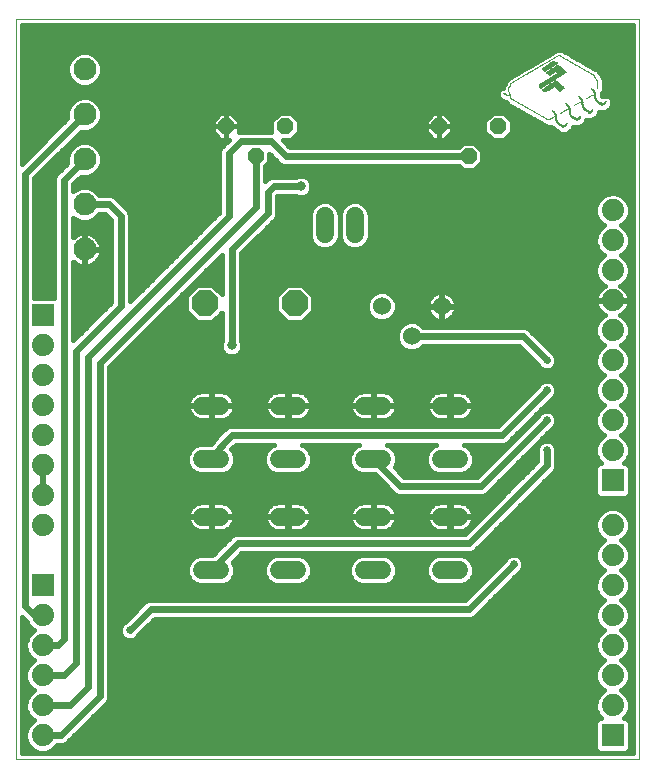
<source format=gbl>
G75*
%MOIN*%
%OFA0B0*%
%FSLAX25Y25*%
%IPPOS*%
%LPD*%
%AMOC8*
5,1,8,0,0,1.08239X$1,22.5*
%
%ADD10C,0.00000*%
%ADD11C,0.06000*%
%ADD12OC8,0.08500*%
%ADD13C,0.06000*%
%ADD14OC8,0.05200*%
%ADD15R,0.07400X0.07400*%
%ADD16C,0.07400*%
%ADD17C,0.07600*%
%ADD18R,0.00100X0.00100*%
%ADD19R,0.00400X0.00100*%
%ADD20R,0.00700X0.00100*%
%ADD21R,0.01100X0.00100*%
%ADD22R,0.01300X0.00100*%
%ADD23R,0.01600X0.00100*%
%ADD24R,0.02000X0.00100*%
%ADD25R,0.02200X0.00100*%
%ADD26R,0.00900X0.00100*%
%ADD27R,0.00800X0.00100*%
%ADD28R,0.01000X0.00100*%
%ADD29R,0.00500X0.00100*%
%ADD30R,0.00200X0.00100*%
%ADD31R,0.00600X0.00100*%
%ADD32R,0.00300X0.00100*%
%ADD33R,0.01200X0.00100*%
%ADD34R,0.01500X0.00100*%
%ADD35R,0.01900X0.00100*%
%ADD36R,0.02100X0.00100*%
%ADD37R,0.02300X0.00100*%
%ADD38R,0.02600X0.00100*%
%ADD39R,0.01400X0.00100*%
%ADD40R,0.02800X0.00100*%
%ADD41R,0.01700X0.00100*%
%ADD42R,0.02900X0.00100*%
%ADD43R,0.05700X0.00100*%
%ADD44R,0.05400X0.00100*%
%ADD45R,0.05100X0.00100*%
%ADD46R,0.01800X0.00100*%
%ADD47R,0.04800X0.00100*%
%ADD48R,0.04600X0.00100*%
%ADD49R,0.04300X0.00100*%
%ADD50R,0.04100X0.00100*%
%ADD51R,0.03800X0.00100*%
%ADD52R,0.02500X0.00100*%
%ADD53R,0.03500X0.00100*%
%ADD54R,0.03300X0.00100*%
%ADD55R,0.03000X0.00100*%
%ADD56R,0.02700X0.00100*%
%ADD57R,0.02400X0.00100*%
%ADD58R,0.03100X0.00100*%
%ADD59R,0.03200X0.00100*%
%ADD60R,0.06100X0.00100*%
%ADD61R,0.05800X0.00100*%
%ADD62R,0.05600X0.00100*%
%ADD63R,0.05300X0.00100*%
%ADD64R,0.04900X0.00100*%
%ADD65R,0.04700X0.00100*%
%ADD66R,0.04400X0.00100*%
%ADD67R,0.04200X0.00100*%
%ADD68R,0.03900X0.00100*%
%ADD69R,0.03700X0.00100*%
%ADD70R,0.03400X0.00100*%
%ADD71C,0.03169*%
%ADD72C,0.02400*%
%ADD73C,0.01600*%
%ADD74C,0.02578*%
D10*
X0077633Y0074700D02*
X0077633Y0321661D01*
X0285334Y0321661D01*
X0285334Y0074700D01*
X0077633Y0074700D01*
D11*
X0139833Y0137800D02*
X0145833Y0137800D01*
X0145833Y0155600D02*
X0139833Y0155600D01*
X0139833Y0174800D02*
X0145833Y0174800D01*
X0145833Y0192600D02*
X0139833Y0192600D01*
X0165433Y0192600D02*
X0171433Y0192600D01*
X0171433Y0174800D02*
X0165433Y0174800D01*
X0165433Y0155600D02*
X0171433Y0155600D01*
X0171433Y0137800D02*
X0165433Y0137800D01*
X0193833Y0137800D02*
X0199833Y0137800D01*
X0199833Y0155600D02*
X0193833Y0155600D01*
X0193833Y0174800D02*
X0199833Y0174800D01*
X0199833Y0192600D02*
X0193833Y0192600D01*
X0219433Y0192600D02*
X0225433Y0192600D01*
X0225433Y0174800D02*
X0219433Y0174800D01*
X0219433Y0155600D02*
X0225433Y0155600D01*
X0225433Y0137800D02*
X0219433Y0137800D01*
X0190633Y0249700D02*
X0190633Y0255700D01*
X0180633Y0255700D02*
X0180633Y0249700D01*
D12*
X0170633Y0226700D03*
X0140633Y0226700D03*
D13*
X0199633Y0225700D03*
X0209633Y0215700D03*
X0219633Y0225700D03*
D14*
X0228633Y0275700D03*
X0238533Y0285700D03*
X0218733Y0285700D03*
X0167533Y0285700D03*
X0157633Y0275700D03*
X0147733Y0285700D03*
D15*
X0086633Y0222700D03*
X0086633Y0132700D03*
X0276633Y0167700D03*
X0276633Y0082700D03*
D16*
X0276633Y0092700D03*
X0276633Y0102700D03*
X0276633Y0112700D03*
X0276633Y0122700D03*
X0276633Y0132700D03*
X0276633Y0142700D03*
X0276633Y0152700D03*
X0276633Y0177700D03*
X0276633Y0187700D03*
X0276633Y0197700D03*
X0276633Y0207700D03*
X0276633Y0217700D03*
X0276633Y0227700D03*
X0276633Y0237700D03*
X0276633Y0247700D03*
X0276633Y0257700D03*
X0086633Y0212700D03*
X0086633Y0202700D03*
X0086633Y0192700D03*
X0086633Y0182700D03*
X0086633Y0172700D03*
X0086633Y0162700D03*
X0086633Y0152700D03*
X0086633Y0122700D03*
X0086633Y0112700D03*
X0086633Y0102700D03*
X0086633Y0092700D03*
X0086633Y0082700D03*
D17*
X0100633Y0244700D03*
X0100633Y0259700D03*
X0100633Y0274700D03*
X0100633Y0289700D03*
X0100633Y0304700D03*
D18*
X0242133Y0298300D03*
X0242133Y0298200D03*
X0242133Y0298100D03*
X0242133Y0298000D03*
X0242133Y0297900D03*
X0242133Y0297800D03*
X0242133Y0297700D03*
X0242133Y0297600D03*
X0242233Y0297400D03*
X0242233Y0297300D03*
X0242233Y0297200D03*
X0242233Y0297100D03*
X0242333Y0296900D03*
X0242333Y0296800D03*
X0242333Y0296700D03*
X0242333Y0296600D03*
X0242333Y0296500D03*
X0242633Y0295900D03*
X0242633Y0295800D03*
X0242633Y0295700D03*
X0242733Y0295500D03*
X0242733Y0295400D03*
X0242833Y0295200D03*
X0242833Y0295100D03*
X0242933Y0294900D03*
X0242933Y0294800D03*
X0242233Y0298500D03*
X0242733Y0299000D03*
X0242733Y0299100D03*
X0242733Y0299200D03*
X0242833Y0299400D03*
X0242833Y0299500D03*
X0242833Y0299600D03*
X0242933Y0299800D03*
X0256833Y0290800D03*
X0259533Y0289900D03*
X0261233Y0293200D03*
X0259033Y0297200D03*
X0265533Y0295600D03*
X0268233Y0294800D03*
X0269733Y0298200D03*
X0271833Y0298300D03*
X0271833Y0298400D03*
X0271833Y0298500D03*
X0271833Y0298600D03*
X0271833Y0298700D03*
X0271833Y0298800D03*
X0271833Y0298900D03*
X0271833Y0299000D03*
X0271833Y0299100D03*
X0271833Y0299200D03*
X0271833Y0299300D03*
X0271833Y0299400D03*
X0271833Y0299500D03*
X0271833Y0299600D03*
X0271833Y0299700D03*
X0271833Y0299800D03*
X0271833Y0299900D03*
X0271833Y0300000D03*
X0271833Y0300100D03*
X0271833Y0300200D03*
X0271833Y0300300D03*
X0271833Y0300400D03*
X0271633Y0300700D03*
X0271533Y0300900D03*
X0271333Y0301200D03*
X0271233Y0301400D03*
X0271033Y0301700D03*
X0270933Y0301900D03*
X0270733Y0302200D03*
X0270633Y0302400D03*
X0270133Y0291300D03*
X0265833Y0288900D03*
X0261433Y0286600D03*
X0260133Y0285100D03*
D19*
X0260183Y0285200D03*
X0261283Y0286400D03*
X0265683Y0288700D03*
X0261383Y0292900D03*
X0265683Y0295300D03*
X0269883Y0297900D03*
X0274283Y0293700D03*
X0259083Y0297300D03*
X0252683Y0298200D03*
X0254083Y0303900D03*
X0258983Y0309200D03*
X0256983Y0290500D03*
X0255483Y0287700D03*
X0242383Y0296100D03*
D20*
X0242333Y0296000D03*
X0252733Y0298300D03*
X0254133Y0304000D03*
X0258433Y0305800D03*
X0259133Y0297400D03*
X0261533Y0292600D03*
X0261633Y0292500D03*
X0261733Y0292400D03*
X0261833Y0292300D03*
X0261933Y0292200D03*
X0262033Y0292000D03*
X0262133Y0291800D03*
X0262233Y0291500D03*
X0262333Y0290300D03*
X0262333Y0290200D03*
X0262333Y0290100D03*
X0262333Y0290000D03*
X0262733Y0289300D03*
X0261133Y0286200D03*
X0260233Y0285300D03*
X0258233Y0287000D03*
X0257933Y0287500D03*
X0257833Y0287800D03*
X0257833Y0287900D03*
X0257833Y0288000D03*
X0257833Y0288100D03*
X0257833Y0288200D03*
X0257833Y0288300D03*
X0257833Y0288400D03*
X0257833Y0288500D03*
X0257833Y0288600D03*
X0257833Y0288800D03*
X0257833Y0288900D03*
X0257833Y0289000D03*
X0257733Y0289300D03*
X0257533Y0289700D03*
X0257433Y0289900D03*
X0257333Y0290000D03*
X0257233Y0290100D03*
X0265833Y0295000D03*
X0265933Y0294900D03*
X0266033Y0294800D03*
X0266133Y0294700D03*
X0266233Y0294600D03*
X0266333Y0294400D03*
X0266433Y0294200D03*
X0266533Y0293900D03*
X0266633Y0292800D03*
X0266633Y0292700D03*
X0266633Y0292600D03*
X0266633Y0292500D03*
X0266633Y0292400D03*
X0266733Y0292100D03*
X0267033Y0291700D03*
X0271233Y0294300D03*
X0270833Y0295000D03*
X0270833Y0295100D03*
X0270833Y0295200D03*
X0270833Y0295300D03*
X0270833Y0295400D03*
X0270833Y0295500D03*
X0270833Y0295600D03*
X0270833Y0295800D03*
X0270833Y0295900D03*
X0270833Y0296000D03*
X0270833Y0296200D03*
X0270733Y0296500D03*
X0270733Y0296600D03*
X0270633Y0296800D03*
X0270533Y0297000D03*
X0270433Y0297200D03*
X0270333Y0297300D03*
X0274133Y0293500D03*
D21*
X0273933Y0293200D03*
X0272633Y0293200D03*
X0272433Y0293300D03*
X0272333Y0293400D03*
X0272033Y0293600D03*
X0268233Y0290700D03*
X0267933Y0290900D03*
X0267833Y0291000D03*
X0266433Y0293600D03*
X0265333Y0288200D03*
X0264033Y0288200D03*
X0263933Y0288300D03*
X0263633Y0288500D03*
X0263233Y0288800D03*
X0260933Y0285900D03*
X0260233Y0285400D03*
X0259533Y0285900D03*
X0259433Y0286000D03*
X0259133Y0286200D03*
X0252833Y0298500D03*
X0257733Y0300400D03*
D22*
X0255733Y0302900D03*
X0257133Y0307000D03*
X0260233Y0285500D03*
D23*
X0260283Y0285600D03*
X0257683Y0300200D03*
X0255783Y0303000D03*
D24*
X0257183Y0306800D03*
X0253183Y0299000D03*
X0254283Y0297400D03*
X0260283Y0285700D03*
D25*
X0260283Y0285800D03*
X0257583Y0300000D03*
X0255783Y0303200D03*
X0254283Y0304600D03*
D26*
X0254133Y0304100D03*
X0257733Y0300500D03*
X0259133Y0297500D03*
X0263033Y0289000D03*
X0263133Y0288900D03*
X0265433Y0288300D03*
X0267433Y0291300D03*
X0267333Y0291400D03*
X0269733Y0290700D03*
X0271633Y0293900D03*
X0271533Y0294000D03*
X0270733Y0296100D03*
X0274033Y0293400D03*
X0261033Y0286000D03*
X0258633Y0286600D03*
X0258533Y0286700D03*
D27*
X0258383Y0286800D03*
X0258283Y0286900D03*
X0261083Y0286100D03*
X0262883Y0289100D03*
X0262783Y0289200D03*
X0262283Y0290400D03*
X0262283Y0290500D03*
X0262283Y0290600D03*
X0262283Y0290700D03*
X0262283Y0290800D03*
X0262283Y0290900D03*
X0262283Y0291000D03*
X0262283Y0291100D03*
X0265483Y0288400D03*
X0267183Y0291500D03*
X0267083Y0291600D03*
X0266583Y0292900D03*
X0266583Y0293000D03*
X0266583Y0293100D03*
X0266583Y0293200D03*
X0266583Y0293300D03*
X0266583Y0293400D03*
X0266583Y0293500D03*
X0269783Y0290800D03*
X0271383Y0294100D03*
X0271283Y0294200D03*
X0270783Y0295700D03*
X0255683Y0302700D03*
X0252783Y0298400D03*
X0241783Y0295800D03*
D28*
X0254183Y0297200D03*
X0255683Y0302800D03*
X0258383Y0305700D03*
X0257083Y0307100D03*
X0262083Y0291200D03*
X0263383Y0288700D03*
X0263483Y0288600D03*
X0263783Y0288400D03*
X0264683Y0287700D03*
X0267683Y0291100D03*
X0267583Y0291200D03*
X0268083Y0290800D03*
X0268383Y0290600D03*
X0268983Y0290100D03*
X0269683Y0290600D03*
X0271883Y0293700D03*
X0271783Y0293800D03*
X0272183Y0293500D03*
X0273183Y0292700D03*
X0273983Y0293300D03*
X0259283Y0286100D03*
X0258983Y0286300D03*
X0258883Y0286400D03*
X0258783Y0286500D03*
X0257683Y0288700D03*
D29*
X0257033Y0290400D03*
X0261433Y0292800D03*
X0265733Y0295200D03*
X0269933Y0297800D03*
X0269933Y0291000D03*
X0265633Y0288600D03*
X0261233Y0286300D03*
X0255633Y0302600D03*
X0258433Y0305900D03*
X0241133Y0296100D03*
X0240933Y0296200D03*
X0240833Y0296300D03*
X0240633Y0296400D03*
X0240533Y0296500D03*
D30*
X0242283Y0297000D03*
X0242183Y0297500D03*
X0242183Y0298400D03*
X0242283Y0298600D03*
X0242583Y0298800D03*
X0242683Y0298900D03*
X0242783Y0299300D03*
X0242883Y0299700D03*
X0242983Y0299900D03*
X0243283Y0300100D03*
X0243983Y0300500D03*
X0244483Y0300800D03*
X0245183Y0301200D03*
X0245683Y0301500D03*
X0246383Y0301900D03*
X0247083Y0302300D03*
X0247583Y0302600D03*
X0248283Y0303000D03*
X0248783Y0303300D03*
X0249483Y0303700D03*
X0249983Y0304000D03*
X0250683Y0304400D03*
X0251183Y0304700D03*
X0251883Y0305100D03*
X0252383Y0305400D03*
X0253083Y0305800D03*
X0253583Y0306100D03*
X0254283Y0306500D03*
X0254783Y0306800D03*
X0255483Y0307200D03*
X0256183Y0307600D03*
X0256683Y0307900D03*
X0257083Y0307300D03*
X0257383Y0308300D03*
X0257883Y0308600D03*
X0258583Y0309000D03*
X0259183Y0309100D03*
X0259883Y0308700D03*
X0260583Y0308300D03*
X0261283Y0307900D03*
X0261983Y0307500D03*
X0262683Y0307100D03*
X0263183Y0306800D03*
X0263883Y0306400D03*
X0264583Y0306000D03*
X0265283Y0305600D03*
X0265983Y0305200D03*
X0266683Y0304800D03*
X0267383Y0304400D03*
X0268083Y0304000D03*
X0268783Y0303600D03*
X0269483Y0303200D03*
X0270183Y0302800D03*
X0270483Y0302600D03*
X0270583Y0302500D03*
X0270683Y0302300D03*
X0270783Y0302100D03*
X0270883Y0302000D03*
X0270983Y0301800D03*
X0271083Y0301600D03*
X0271183Y0301500D03*
X0271283Y0301300D03*
X0271383Y0301100D03*
X0271483Y0301000D03*
X0271583Y0300800D03*
X0271683Y0300600D03*
X0271783Y0300500D03*
X0269783Y0298100D03*
X0270283Y0296000D03*
X0269583Y0295600D03*
X0268683Y0295100D03*
X0265583Y0295500D03*
X0265683Y0293400D03*
X0264783Y0292900D03*
X0264083Y0292500D03*
X0263983Y0292400D03*
X0261583Y0291100D03*
X0260883Y0290700D03*
X0259983Y0290200D03*
X0256883Y0290700D03*
X0256983Y0288500D03*
X0256083Y0288000D03*
X0255083Y0287900D03*
X0254383Y0288300D03*
X0253683Y0288700D03*
X0252783Y0289200D03*
X0252083Y0289600D03*
X0251383Y0290000D03*
X0250483Y0290500D03*
X0249783Y0290900D03*
X0249083Y0291300D03*
X0248183Y0291800D03*
X0247483Y0292200D03*
X0246783Y0292600D03*
X0246083Y0293000D03*
X0245183Y0293500D03*
X0244483Y0293900D03*
X0243783Y0294300D03*
X0242883Y0295000D03*
X0242783Y0295300D03*
X0242683Y0295600D03*
X0258483Y0306000D03*
X0261283Y0293100D03*
X0265783Y0288800D03*
X0261383Y0286500D03*
X0270083Y0291200D03*
X0274383Y0293900D03*
D31*
X0274183Y0293600D03*
X0273183Y0292600D03*
X0271083Y0294400D03*
X0271083Y0294500D03*
X0270983Y0294600D03*
X0270983Y0294700D03*
X0270883Y0294800D03*
X0270883Y0294900D03*
X0270783Y0296300D03*
X0270783Y0296400D03*
X0270683Y0296700D03*
X0270583Y0296900D03*
X0270483Y0297100D03*
X0270283Y0297400D03*
X0270183Y0297500D03*
X0270083Y0297600D03*
X0269983Y0297700D03*
X0266283Y0294500D03*
X0266383Y0294300D03*
X0266483Y0294100D03*
X0266483Y0294000D03*
X0266583Y0293800D03*
X0266583Y0293700D03*
X0266683Y0292300D03*
X0266683Y0292200D03*
X0266783Y0292000D03*
X0266783Y0291900D03*
X0266883Y0291800D03*
X0268983Y0290000D03*
X0269883Y0290900D03*
X0265583Y0288500D03*
X0264683Y0287600D03*
X0262583Y0289400D03*
X0262483Y0289500D03*
X0262483Y0289600D03*
X0262383Y0289700D03*
X0262383Y0289800D03*
X0262383Y0289900D03*
X0262283Y0291300D03*
X0262283Y0291400D03*
X0262183Y0291600D03*
X0262183Y0291700D03*
X0262083Y0291900D03*
X0261983Y0292100D03*
X0261483Y0292700D03*
X0265783Y0295100D03*
X0257783Y0300600D03*
X0257083Y0307200D03*
X0257083Y0290300D03*
X0257183Y0290200D03*
X0257483Y0289800D03*
X0257583Y0289600D03*
X0257683Y0289500D03*
X0257683Y0289400D03*
X0257783Y0289200D03*
X0257783Y0289100D03*
X0257883Y0287700D03*
X0257883Y0287600D03*
X0257983Y0287400D03*
X0257983Y0287300D03*
X0258083Y0287200D03*
X0258083Y0287100D03*
X0241283Y0296000D03*
D32*
X0242433Y0296200D03*
X0242433Y0296300D03*
X0242433Y0296400D03*
X0243033Y0294700D03*
X0243233Y0294600D03*
X0243433Y0294500D03*
X0243633Y0294400D03*
X0243933Y0294200D03*
X0244133Y0294100D03*
X0244333Y0294000D03*
X0244633Y0293800D03*
X0244833Y0293700D03*
X0245033Y0293600D03*
X0245333Y0293400D03*
X0245533Y0293300D03*
X0245733Y0293200D03*
X0245933Y0293100D03*
X0246233Y0292900D03*
X0246433Y0292800D03*
X0246633Y0292700D03*
X0246933Y0292500D03*
X0247133Y0292400D03*
X0247333Y0292300D03*
X0247633Y0292100D03*
X0247833Y0292000D03*
X0248033Y0291900D03*
X0248333Y0291700D03*
X0248533Y0291600D03*
X0248733Y0291500D03*
X0248933Y0291400D03*
X0249233Y0291200D03*
X0249433Y0291100D03*
X0249633Y0291000D03*
X0249933Y0290800D03*
X0250133Y0290700D03*
X0250333Y0290600D03*
X0250633Y0290400D03*
X0250833Y0290300D03*
X0251033Y0290200D03*
X0251233Y0290100D03*
X0251533Y0289900D03*
X0251733Y0289800D03*
X0251933Y0289700D03*
X0252233Y0289500D03*
X0252433Y0289400D03*
X0252633Y0289300D03*
X0252933Y0289100D03*
X0253133Y0289000D03*
X0253333Y0288900D03*
X0253533Y0288800D03*
X0253833Y0288600D03*
X0254033Y0288500D03*
X0254233Y0288400D03*
X0254533Y0288200D03*
X0254733Y0288100D03*
X0254933Y0288000D03*
X0255233Y0287800D03*
X0255733Y0287800D03*
X0255933Y0287900D03*
X0256233Y0288100D03*
X0256433Y0288200D03*
X0256633Y0288300D03*
X0256833Y0288400D03*
X0257133Y0288600D03*
X0256933Y0290600D03*
X0259633Y0290000D03*
X0259833Y0290100D03*
X0260133Y0290300D03*
X0260333Y0290400D03*
X0260533Y0290500D03*
X0260733Y0290600D03*
X0261033Y0290800D03*
X0261233Y0290900D03*
X0261433Y0291000D03*
X0261333Y0293000D03*
X0264233Y0292600D03*
X0264433Y0292700D03*
X0264633Y0292800D03*
X0264933Y0293000D03*
X0265133Y0293100D03*
X0265333Y0293200D03*
X0265533Y0293300D03*
X0265833Y0293500D03*
X0265633Y0295400D03*
X0268333Y0294900D03*
X0268533Y0295000D03*
X0268833Y0295200D03*
X0269033Y0295300D03*
X0269233Y0295400D03*
X0269433Y0295500D03*
X0269733Y0295700D03*
X0269933Y0295800D03*
X0270133Y0295900D03*
X0269833Y0298000D03*
X0270333Y0302700D03*
X0270033Y0302900D03*
X0269833Y0303000D03*
X0269633Y0303100D03*
X0269333Y0303300D03*
X0269133Y0303400D03*
X0268933Y0303500D03*
X0268633Y0303700D03*
X0268433Y0303800D03*
X0268233Y0303900D03*
X0267933Y0304100D03*
X0267733Y0304200D03*
X0267533Y0304300D03*
X0267233Y0304500D03*
X0267033Y0304600D03*
X0266833Y0304700D03*
X0266533Y0304900D03*
X0266333Y0305000D03*
X0266133Y0305100D03*
X0265833Y0305300D03*
X0265633Y0305400D03*
X0265433Y0305500D03*
X0265133Y0305700D03*
X0264933Y0305800D03*
X0264733Y0305900D03*
X0264433Y0306100D03*
X0264233Y0306200D03*
X0264033Y0306300D03*
X0263733Y0306500D03*
X0263533Y0306600D03*
X0263333Y0306700D03*
X0263033Y0306900D03*
X0262833Y0307000D03*
X0262533Y0307200D03*
X0262333Y0307300D03*
X0262133Y0307400D03*
X0261833Y0307600D03*
X0261633Y0307700D03*
X0261433Y0307800D03*
X0261133Y0308000D03*
X0260933Y0308100D03*
X0260733Y0308200D03*
X0260433Y0308400D03*
X0260233Y0308500D03*
X0260033Y0308600D03*
X0259733Y0308800D03*
X0259533Y0308900D03*
X0259333Y0309000D03*
X0258733Y0309100D03*
X0258433Y0308900D03*
X0258233Y0308800D03*
X0258033Y0308700D03*
X0257733Y0308500D03*
X0257533Y0308400D03*
X0257233Y0308200D03*
X0257033Y0308100D03*
X0256833Y0308000D03*
X0256533Y0307800D03*
X0256333Y0307700D03*
X0256033Y0307500D03*
X0255833Y0307400D03*
X0255633Y0307300D03*
X0255333Y0307100D03*
X0255133Y0307000D03*
X0254933Y0306900D03*
X0254633Y0306700D03*
X0254433Y0306600D03*
X0254133Y0306400D03*
X0253933Y0306300D03*
X0253733Y0306200D03*
X0253433Y0306000D03*
X0253233Y0305900D03*
X0252933Y0305700D03*
X0252733Y0305600D03*
X0252533Y0305500D03*
X0252233Y0305300D03*
X0252033Y0305200D03*
X0251733Y0305000D03*
X0251533Y0304900D03*
X0251333Y0304800D03*
X0251033Y0304600D03*
X0250833Y0304500D03*
X0250533Y0304300D03*
X0250333Y0304200D03*
X0250133Y0304100D03*
X0249833Y0303900D03*
X0249633Y0303800D03*
X0249333Y0303600D03*
X0249133Y0303500D03*
X0248933Y0303400D03*
X0248633Y0303200D03*
X0248433Y0303100D03*
X0248133Y0302900D03*
X0247933Y0302800D03*
X0247733Y0302700D03*
X0247433Y0302500D03*
X0247233Y0302400D03*
X0246933Y0302200D03*
X0246733Y0302100D03*
X0246533Y0302000D03*
X0246233Y0301800D03*
X0246033Y0301700D03*
X0245833Y0301600D03*
X0245533Y0301400D03*
X0245333Y0301300D03*
X0245033Y0301100D03*
X0244833Y0301000D03*
X0244633Y0300900D03*
X0244333Y0300700D03*
X0244133Y0300600D03*
X0243833Y0300400D03*
X0243633Y0300300D03*
X0243433Y0300200D03*
X0243133Y0300000D03*
X0242433Y0298700D03*
X0252633Y0298100D03*
X0255633Y0302500D03*
X0257833Y0300700D03*
X0264633Y0287500D03*
X0268933Y0289900D03*
X0270033Y0291100D03*
X0273133Y0292500D03*
X0274333Y0293800D03*
D33*
X0273183Y0292800D03*
X0268983Y0290200D03*
X0264683Y0287800D03*
X0259183Y0297600D03*
X0252883Y0298600D03*
X0254183Y0304200D03*
X0258383Y0305600D03*
X0241783Y0295900D03*
D34*
X0254233Y0297300D03*
X0258333Y0305500D03*
X0269033Y0290300D03*
X0273233Y0292900D03*
X0264733Y0287900D03*
D35*
X0264733Y0288000D03*
X0269033Y0290400D03*
X0273233Y0293000D03*
X0259233Y0297900D03*
X0257633Y0300100D03*
X0254233Y0304500D03*
D36*
X0258333Y0305300D03*
X0253233Y0299100D03*
X0264733Y0288100D03*
X0269033Y0290500D03*
X0273233Y0293100D03*
D37*
X0259233Y0298000D03*
X0257633Y0299900D03*
X0254333Y0297500D03*
X0253333Y0299200D03*
X0253433Y0299300D03*
D38*
X0253683Y0299500D03*
X0253783Y0299600D03*
X0254083Y0299800D03*
X0254883Y0300300D03*
X0255183Y0300500D03*
X0255983Y0301000D03*
X0257083Y0301700D03*
X0257383Y0301900D03*
X0258183Y0302400D03*
X0258483Y0302600D03*
X0259283Y0303100D03*
X0259583Y0303300D03*
X0258283Y0305100D03*
X0257183Y0306600D03*
X0256083Y0305900D03*
X0254983Y0305200D03*
X0254383Y0304800D03*
X0259283Y0298100D03*
X0254283Y0297600D03*
D39*
X0252983Y0298700D03*
X0257683Y0300300D03*
X0259183Y0297700D03*
X0254183Y0304300D03*
D40*
X0254983Y0298100D03*
X0254383Y0297700D03*
X0258883Y0298600D03*
X0258983Y0298500D03*
X0259083Y0298400D03*
X0259183Y0298300D03*
X0259283Y0298200D03*
D41*
X0259233Y0297800D03*
X0253033Y0298800D03*
X0254233Y0304400D03*
X0257133Y0306900D03*
D42*
X0258233Y0305000D03*
X0259633Y0303400D03*
X0256233Y0303700D03*
X0256033Y0303600D03*
X0255933Y0303500D03*
X0255733Y0298600D03*
X0255633Y0298500D03*
X0255433Y0298400D03*
X0255333Y0298300D03*
X0255133Y0298200D03*
X0254833Y0298000D03*
X0254633Y0297900D03*
X0254533Y0297800D03*
D43*
X0257333Y0298700D03*
D44*
X0257383Y0298800D03*
D45*
X0257333Y0298900D03*
D46*
X0255783Y0303100D03*
X0258283Y0305400D03*
X0253083Y0298900D03*
D47*
X0257383Y0299000D03*
D48*
X0257383Y0299100D03*
D49*
X0257433Y0299200D03*
D50*
X0257433Y0299300D03*
D51*
X0257483Y0299400D03*
D52*
X0253533Y0299400D03*
X0254333Y0304700D03*
D53*
X0257533Y0299500D03*
D54*
X0257533Y0299600D03*
D55*
X0257583Y0299700D03*
D56*
X0257633Y0299800D03*
X0256633Y0301400D03*
X0256733Y0301500D03*
X0256933Y0301600D03*
X0257233Y0301800D03*
X0257533Y0302000D03*
X0257733Y0302100D03*
X0257833Y0302200D03*
X0258033Y0302300D03*
X0258333Y0302500D03*
X0258633Y0302700D03*
X0258833Y0302800D03*
X0258933Y0302900D03*
X0259133Y0303000D03*
X0259433Y0303200D03*
X0256433Y0301300D03*
X0256333Y0301200D03*
X0256133Y0301100D03*
X0255833Y0300900D03*
X0255633Y0300800D03*
X0255533Y0300700D03*
X0255333Y0300600D03*
X0255033Y0300400D03*
X0254733Y0300200D03*
X0254533Y0300100D03*
X0254433Y0300000D03*
X0254233Y0299900D03*
X0253933Y0299700D03*
X0255833Y0303400D03*
X0254833Y0305100D03*
X0254633Y0305000D03*
X0254533Y0304900D03*
X0255133Y0305300D03*
X0255333Y0305400D03*
X0255433Y0305500D03*
X0255633Y0305600D03*
X0255733Y0305700D03*
X0255933Y0305800D03*
X0256233Y0306000D03*
X0256433Y0306100D03*
X0256533Y0306200D03*
X0256733Y0306300D03*
X0256833Y0306400D03*
X0257033Y0306500D03*
D57*
X0257183Y0306700D03*
X0258283Y0305200D03*
X0255783Y0303300D03*
D58*
X0258233Y0304900D03*
X0259633Y0303500D03*
D59*
X0259583Y0303600D03*
X0259483Y0303700D03*
D60*
X0257933Y0303800D03*
D61*
X0257983Y0303900D03*
D62*
X0257983Y0304000D03*
D63*
X0258033Y0304100D03*
D64*
X0258033Y0304200D03*
D65*
X0258033Y0304300D03*
D66*
X0258083Y0304400D03*
D67*
X0258083Y0304500D03*
D68*
X0258133Y0304600D03*
D69*
X0258133Y0304700D03*
D70*
X0258183Y0304800D03*
D71*
X0172633Y0265700D03*
X0149633Y0212700D03*
D72*
X0149633Y0244700D01*
X0161633Y0256700D01*
X0161633Y0263700D01*
X0163633Y0265700D01*
X0172633Y0265700D01*
X0167633Y0275700D02*
X0162633Y0280700D01*
X0152633Y0280700D01*
X0148633Y0276700D01*
X0148633Y0255700D01*
X0101633Y0208700D01*
X0101633Y0098700D01*
X0095633Y0092700D01*
X0086633Y0092700D01*
X0086633Y0082700D02*
X0092633Y0082700D01*
X0105633Y0095700D01*
X0105633Y0206700D01*
X0157633Y0258700D01*
X0157633Y0275700D01*
X0167633Y0275700D02*
X0228633Y0275700D01*
X0246633Y0215700D02*
X0209633Y0215700D01*
X0239633Y0182700D02*
X0254633Y0197700D01*
X0254633Y0187700D02*
X0232633Y0165700D01*
X0205933Y0165700D01*
X0196833Y0174800D01*
X0228633Y0146700D02*
X0254633Y0172700D01*
X0254633Y0177700D01*
X0239633Y0182700D02*
X0149633Y0182700D01*
X0146733Y0179800D01*
X0142833Y0174800D01*
X0151633Y0146700D02*
X0228633Y0146700D01*
X0243633Y0139700D02*
X0228633Y0124700D01*
X0122633Y0124700D01*
X0115633Y0117700D01*
X0097633Y0106700D02*
X0097633Y0210700D01*
X0112633Y0225700D01*
X0112633Y0255700D01*
X0108633Y0259700D01*
X0100633Y0259700D01*
X0093633Y0267700D02*
X0100633Y0274700D01*
X0093633Y0267700D02*
X0093633Y0114700D01*
X0091633Y0112700D01*
X0086633Y0112700D01*
X0086633Y0122700D02*
X0083633Y0122700D01*
X0080633Y0125700D01*
X0080633Y0269700D01*
X0100633Y0289700D01*
X0151633Y0146700D02*
X0146733Y0141800D01*
X0142833Y0137800D01*
X0097633Y0106700D02*
X0093633Y0102700D01*
X0086633Y0102700D01*
X0246633Y0215700D02*
X0254633Y0207700D01*
D73*
X0257665Y0208975D02*
X0270992Y0208975D01*
X0270933Y0208834D02*
X0270933Y0206566D01*
X0271801Y0204471D01*
X0273405Y0202868D01*
X0273810Y0202700D01*
X0273405Y0202532D01*
X0271801Y0200929D01*
X0270933Y0198834D01*
X0270933Y0196566D01*
X0271801Y0194471D01*
X0273405Y0192868D01*
X0273810Y0192700D01*
X0273405Y0192532D01*
X0271801Y0190929D01*
X0270933Y0188834D01*
X0270933Y0186566D01*
X0271801Y0184471D01*
X0273405Y0182868D01*
X0273810Y0182700D01*
X0273405Y0182532D01*
X0271801Y0180929D01*
X0270933Y0178834D01*
X0270933Y0176566D01*
X0271801Y0174471D01*
X0272872Y0173400D01*
X0272105Y0173400D01*
X0270933Y0172228D01*
X0270933Y0163172D01*
X0272105Y0162000D01*
X0281162Y0162000D01*
X0282333Y0163172D01*
X0282333Y0172228D01*
X0281162Y0173400D01*
X0280394Y0173400D01*
X0281466Y0174471D01*
X0282333Y0176566D01*
X0282333Y0178834D01*
X0281466Y0180929D01*
X0279862Y0182532D01*
X0279457Y0182700D01*
X0279862Y0182868D01*
X0281466Y0184471D01*
X0282333Y0186566D01*
X0282333Y0188834D01*
X0281466Y0190929D01*
X0279862Y0192532D01*
X0279457Y0192700D01*
X0279862Y0192868D01*
X0281466Y0194471D01*
X0282333Y0196566D01*
X0282333Y0198834D01*
X0281466Y0200929D01*
X0279862Y0202532D01*
X0279457Y0202700D01*
X0279862Y0202868D01*
X0281466Y0204471D01*
X0282333Y0206566D01*
X0282333Y0208834D01*
X0281466Y0210929D01*
X0279862Y0212532D01*
X0279457Y0212700D01*
X0279862Y0212868D01*
X0281466Y0214471D01*
X0282333Y0216566D01*
X0282333Y0218834D01*
X0281466Y0220929D01*
X0279862Y0222532D01*
X0279169Y0222819D01*
X0279516Y0222996D01*
X0280216Y0223505D01*
X0280828Y0224117D01*
X0281337Y0224817D01*
X0281730Y0225589D01*
X0281998Y0226412D01*
X0282133Y0227267D01*
X0282133Y0227500D01*
X0276833Y0227500D01*
X0276833Y0227900D01*
X0282133Y0227900D01*
X0282133Y0228133D01*
X0281998Y0228988D01*
X0281730Y0229811D01*
X0281337Y0230583D01*
X0280828Y0231283D01*
X0280216Y0231895D01*
X0279516Y0232404D01*
X0279169Y0232581D01*
X0279862Y0232868D01*
X0281466Y0234471D01*
X0282333Y0236566D01*
X0282333Y0238834D01*
X0281466Y0240929D01*
X0279862Y0242532D01*
X0279457Y0242700D01*
X0279862Y0242868D01*
X0281466Y0244471D01*
X0282333Y0246566D01*
X0282333Y0248834D01*
X0281466Y0250929D01*
X0279862Y0252532D01*
X0279457Y0252700D01*
X0279862Y0252868D01*
X0281466Y0254471D01*
X0282333Y0256566D01*
X0282333Y0258834D01*
X0281466Y0260929D01*
X0279862Y0262532D01*
X0277767Y0263400D01*
X0275500Y0263400D01*
X0273405Y0262532D01*
X0271801Y0260929D01*
X0270933Y0258834D01*
X0270933Y0256566D01*
X0271801Y0254471D01*
X0273405Y0252868D01*
X0273810Y0252700D01*
X0273405Y0252532D01*
X0271801Y0250929D01*
X0270933Y0248834D01*
X0270933Y0246566D01*
X0271801Y0244471D01*
X0273405Y0242868D01*
X0273810Y0242700D01*
X0273405Y0242532D01*
X0271801Y0240929D01*
X0270933Y0238834D01*
X0270933Y0236566D01*
X0271801Y0234471D01*
X0273405Y0232868D01*
X0274098Y0232581D01*
X0273751Y0232404D01*
X0273050Y0231895D01*
X0272438Y0231283D01*
X0271929Y0230583D01*
X0271536Y0229811D01*
X0271269Y0228988D01*
X0271133Y0228133D01*
X0271133Y0227900D01*
X0276433Y0227900D01*
X0276433Y0227500D01*
X0271133Y0227500D01*
X0271133Y0227267D01*
X0271269Y0226412D01*
X0271536Y0225589D01*
X0271929Y0224817D01*
X0272438Y0224117D01*
X0273050Y0223505D01*
X0273751Y0222996D01*
X0274098Y0222819D01*
X0273405Y0222532D01*
X0271801Y0220929D01*
X0270933Y0218834D01*
X0270933Y0216566D01*
X0271801Y0214471D01*
X0273405Y0212868D01*
X0273810Y0212700D01*
X0273405Y0212532D01*
X0271801Y0210929D01*
X0270933Y0208834D01*
X0270933Y0207376D02*
X0257922Y0207376D01*
X0257922Y0207046D02*
X0257922Y0208354D01*
X0257422Y0209563D01*
X0256496Y0210488D01*
X0256282Y0210577D01*
X0248446Y0218413D01*
X0247270Y0218900D01*
X0213504Y0218900D01*
X0212466Y0219939D01*
X0210628Y0220700D01*
X0208639Y0220700D01*
X0206801Y0219939D01*
X0205395Y0218532D01*
X0204633Y0216695D01*
X0204633Y0214705D01*
X0205395Y0212868D01*
X0206801Y0211461D01*
X0208639Y0210700D01*
X0210628Y0210700D01*
X0212466Y0211461D01*
X0213504Y0212500D01*
X0245308Y0212500D01*
X0251756Y0206052D01*
X0251845Y0205837D01*
X0252770Y0204912D01*
X0253979Y0204411D01*
X0255288Y0204411D01*
X0256496Y0204912D01*
X0257422Y0205837D01*
X0257922Y0207046D01*
X0257363Y0205778D02*
X0271260Y0205778D01*
X0272093Y0204179D02*
X0108833Y0204179D01*
X0108833Y0205375D02*
X0146433Y0242975D01*
X0146433Y0229739D01*
X0143222Y0232950D01*
X0138044Y0232950D01*
X0134383Y0229289D01*
X0134383Y0224111D01*
X0138044Y0220450D01*
X0143222Y0220450D01*
X0146433Y0223661D01*
X0146433Y0214341D01*
X0146049Y0213413D01*
X0146049Y0211987D01*
X0146595Y0210670D01*
X0147603Y0209661D01*
X0148920Y0209116D01*
X0150346Y0209116D01*
X0151664Y0209661D01*
X0152672Y0210670D01*
X0153218Y0211987D01*
X0153218Y0213413D01*
X0152833Y0214341D01*
X0152833Y0243375D01*
X0164346Y0254887D01*
X0164833Y0256063D01*
X0164833Y0262375D01*
X0164959Y0262500D01*
X0170993Y0262500D01*
X0171920Y0262116D01*
X0173346Y0262116D01*
X0174664Y0262661D01*
X0175672Y0263670D01*
X0176218Y0264987D01*
X0176218Y0266413D01*
X0175672Y0267730D01*
X0174664Y0268739D01*
X0173346Y0269284D01*
X0171920Y0269284D01*
X0170993Y0268900D01*
X0162997Y0268900D01*
X0161821Y0268413D01*
X0160833Y0267425D01*
X0160833Y0272395D01*
X0162233Y0273795D01*
X0162233Y0276575D01*
X0165821Y0272987D01*
X0166997Y0272500D01*
X0225328Y0272500D01*
X0226728Y0271100D01*
X0230539Y0271100D01*
X0233233Y0273795D01*
X0233233Y0277605D01*
X0230539Y0280300D01*
X0226728Y0280300D01*
X0225328Y0278900D01*
X0168959Y0278900D01*
X0166759Y0281100D01*
X0169439Y0281100D01*
X0172133Y0283795D01*
X0172133Y0287605D01*
X0169439Y0290300D01*
X0165628Y0290300D01*
X0162933Y0287605D01*
X0162933Y0283900D01*
X0152133Y0283900D01*
X0152133Y0285700D01*
X0152133Y0287523D01*
X0149556Y0290100D01*
X0147733Y0290100D01*
X0145911Y0290100D01*
X0143333Y0287523D01*
X0143333Y0285700D01*
X0147733Y0285700D01*
X0147733Y0285700D01*
X0143333Y0285700D01*
X0143333Y0283877D01*
X0145911Y0281300D01*
X0147733Y0281300D01*
X0147733Y0285700D01*
X0147733Y0285700D01*
X0147733Y0290100D01*
X0147733Y0285700D01*
X0147733Y0285700D01*
X0147733Y0281300D01*
X0148708Y0281300D01*
X0146821Y0279413D01*
X0145920Y0278513D01*
X0145433Y0277337D01*
X0145433Y0257025D01*
X0115833Y0227425D01*
X0115833Y0256337D01*
X0115346Y0257513D01*
X0111346Y0261513D01*
X0110446Y0262413D01*
X0109270Y0262900D01*
X0105586Y0262900D01*
X0105550Y0262985D01*
X0103919Y0264617D01*
X0101787Y0265500D01*
X0099480Y0265500D01*
X0097348Y0264617D01*
X0096833Y0264102D01*
X0096833Y0266375D01*
X0099394Y0268935D01*
X0099480Y0268900D01*
X0101787Y0268900D01*
X0103919Y0269783D01*
X0105550Y0271415D01*
X0106433Y0273546D01*
X0106433Y0275854D01*
X0105550Y0277985D01*
X0103919Y0279617D01*
X0101787Y0280500D01*
X0099480Y0280500D01*
X0097348Y0279617D01*
X0095716Y0277985D01*
X0094833Y0275854D01*
X0094833Y0273546D01*
X0094869Y0273461D01*
X0090920Y0269513D01*
X0090433Y0268337D01*
X0090433Y0228400D01*
X0083833Y0228400D01*
X0083833Y0268375D01*
X0099394Y0283935D01*
X0099480Y0283900D01*
X0101787Y0283900D01*
X0103919Y0284783D01*
X0105550Y0286415D01*
X0106433Y0288546D01*
X0106433Y0290854D01*
X0105550Y0292985D01*
X0103919Y0294617D01*
X0101787Y0295500D01*
X0099480Y0295500D01*
X0097348Y0294617D01*
X0095716Y0292985D01*
X0094833Y0290854D01*
X0094833Y0288546D01*
X0094869Y0288461D01*
X0079633Y0273225D01*
X0079633Y0319661D01*
X0283334Y0319661D01*
X0283334Y0076700D01*
X0079633Y0076700D01*
X0079633Y0122175D01*
X0081422Y0120385D01*
X0081801Y0119471D01*
X0083405Y0117868D01*
X0083810Y0117700D01*
X0083405Y0117532D01*
X0081801Y0115929D01*
X0080933Y0113834D01*
X0080933Y0111566D01*
X0081801Y0109471D01*
X0083405Y0107868D01*
X0083810Y0107700D01*
X0083405Y0107532D01*
X0081801Y0105929D01*
X0080933Y0103834D01*
X0080933Y0101566D01*
X0081801Y0099471D01*
X0083405Y0097868D01*
X0083810Y0097700D01*
X0083405Y0097532D01*
X0081801Y0095929D01*
X0080933Y0093834D01*
X0080933Y0091566D01*
X0081801Y0089471D01*
X0083405Y0087868D01*
X0083810Y0087700D01*
X0083405Y0087532D01*
X0081801Y0085929D01*
X0080933Y0083834D01*
X0080933Y0081566D01*
X0081801Y0079471D01*
X0083405Y0077868D01*
X0085500Y0077000D01*
X0087767Y0077000D01*
X0089862Y0077868D01*
X0091466Y0079471D01*
X0091477Y0079500D01*
X0093270Y0079500D01*
X0094446Y0079987D01*
X0107446Y0092987D01*
X0108346Y0093887D01*
X0108833Y0095063D01*
X0108833Y0205375D01*
X0109237Y0205778D02*
X0251904Y0205778D01*
X0250431Y0207376D02*
X0110835Y0207376D01*
X0112434Y0208975D02*
X0248833Y0208975D01*
X0247234Y0210573D02*
X0152576Y0210573D01*
X0153218Y0212172D02*
X0206090Y0212172D01*
X0205021Y0213770D02*
X0153069Y0213770D01*
X0152833Y0215369D02*
X0204633Y0215369D01*
X0204746Y0216968D02*
X0152833Y0216968D01*
X0152833Y0218566D02*
X0205428Y0218566D01*
X0207346Y0220165D02*
X0152833Y0220165D01*
X0152833Y0221763D02*
X0166731Y0221763D01*
X0168044Y0220450D02*
X0173222Y0220450D01*
X0176883Y0224111D01*
X0176883Y0229289D01*
X0173222Y0232950D01*
X0168044Y0232950D01*
X0164383Y0229289D01*
X0164383Y0224111D01*
X0168044Y0220450D01*
X0165133Y0223362D02*
X0152833Y0223362D01*
X0152833Y0224960D02*
X0164383Y0224960D01*
X0164383Y0226559D02*
X0152833Y0226559D01*
X0152833Y0228157D02*
X0164383Y0228157D01*
X0164850Y0229756D02*
X0152833Y0229756D01*
X0152833Y0231354D02*
X0166449Y0231354D01*
X0174818Y0231354D02*
X0272509Y0231354D01*
X0273320Y0232953D02*
X0152833Y0232953D01*
X0152833Y0234551D02*
X0271768Y0234551D01*
X0271106Y0236150D02*
X0152833Y0236150D01*
X0152833Y0237748D02*
X0270933Y0237748D01*
X0271146Y0239347D02*
X0152833Y0239347D01*
X0152833Y0240945D02*
X0271817Y0240945D01*
X0273432Y0242544D02*
X0152833Y0242544D01*
X0153601Y0244142D02*
X0272130Y0244142D01*
X0271275Y0245741D02*
X0193745Y0245741D01*
X0193466Y0245461D02*
X0194872Y0246868D01*
X0195633Y0248705D01*
X0195633Y0256695D01*
X0194872Y0258532D01*
X0193466Y0259939D01*
X0191628Y0260700D01*
X0189639Y0260700D01*
X0187801Y0259939D01*
X0186395Y0258532D01*
X0185633Y0256695D01*
X0184872Y0258532D01*
X0183466Y0259939D01*
X0181628Y0260700D01*
X0179639Y0260700D01*
X0177801Y0259939D01*
X0176395Y0258532D01*
X0175633Y0256695D01*
X0175633Y0248705D01*
X0176395Y0246868D01*
X0177801Y0245461D01*
X0179639Y0244700D01*
X0181628Y0244700D01*
X0183466Y0245461D01*
X0184872Y0246868D01*
X0185633Y0248705D01*
X0185633Y0256695D01*
X0185633Y0248705D01*
X0186395Y0246868D01*
X0187801Y0245461D01*
X0189639Y0244700D01*
X0191628Y0244700D01*
X0193466Y0245461D01*
X0195067Y0247339D02*
X0270933Y0247339D01*
X0270976Y0248938D02*
X0195633Y0248938D01*
X0195633Y0250536D02*
X0271639Y0250536D01*
X0273007Y0252135D02*
X0195633Y0252135D01*
X0195633Y0253733D02*
X0272539Y0253733D01*
X0271445Y0255332D02*
X0195633Y0255332D01*
X0195536Y0256930D02*
X0270933Y0256930D01*
X0270933Y0258529D02*
X0194874Y0258529D01*
X0193010Y0260127D02*
X0271469Y0260127D01*
X0272598Y0261726D02*
X0164833Y0261726D01*
X0164833Y0260127D02*
X0178256Y0260127D01*
X0176393Y0258529D02*
X0164833Y0258529D01*
X0164833Y0256930D02*
X0175731Y0256930D01*
X0175633Y0255332D02*
X0164530Y0255332D01*
X0163192Y0253733D02*
X0175633Y0253733D01*
X0175633Y0252135D02*
X0161594Y0252135D01*
X0159995Y0250536D02*
X0175633Y0250536D01*
X0175633Y0248938D02*
X0158397Y0248938D01*
X0156798Y0247339D02*
X0176199Y0247339D01*
X0177522Y0245741D02*
X0155200Y0245741D01*
X0146433Y0242544D02*
X0146002Y0242544D01*
X0146433Y0240945D02*
X0144404Y0240945D01*
X0142805Y0239347D02*
X0146433Y0239347D01*
X0146433Y0237748D02*
X0141207Y0237748D01*
X0139608Y0236150D02*
X0146433Y0236150D01*
X0146433Y0234551D02*
X0138010Y0234551D01*
X0136411Y0232953D02*
X0146433Y0232953D01*
X0146433Y0231354D02*
X0144818Y0231354D01*
X0146417Y0229756D02*
X0146433Y0229756D01*
X0146433Y0223362D02*
X0146134Y0223362D01*
X0146433Y0221763D02*
X0144535Y0221763D01*
X0146433Y0220165D02*
X0123623Y0220165D01*
X0125222Y0221763D02*
X0136731Y0221763D01*
X0135133Y0223362D02*
X0126820Y0223362D01*
X0128419Y0224960D02*
X0134383Y0224960D01*
X0134383Y0226559D02*
X0130017Y0226559D01*
X0131616Y0228157D02*
X0134383Y0228157D01*
X0134850Y0229756D02*
X0133214Y0229756D01*
X0134813Y0231354D02*
X0136449Y0231354D01*
X0127755Y0239347D02*
X0115833Y0239347D01*
X0115833Y0240945D02*
X0129353Y0240945D01*
X0130952Y0242544D02*
X0115833Y0242544D01*
X0115833Y0244142D02*
X0132550Y0244142D01*
X0134149Y0245741D02*
X0115833Y0245741D01*
X0115833Y0247339D02*
X0135747Y0247339D01*
X0137346Y0248938D02*
X0115833Y0248938D01*
X0115833Y0250536D02*
X0138944Y0250536D01*
X0140543Y0252135D02*
X0115833Y0252135D01*
X0115833Y0253733D02*
X0142141Y0253733D01*
X0143740Y0255332D02*
X0115833Y0255332D01*
X0115587Y0256930D02*
X0145338Y0256930D01*
X0145433Y0258529D02*
X0114330Y0258529D01*
X0112731Y0260127D02*
X0145433Y0260127D01*
X0145433Y0261726D02*
X0111133Y0261726D01*
X0105211Y0263324D02*
X0145433Y0263324D01*
X0145433Y0264923D02*
X0103180Y0264923D01*
X0103763Y0269718D02*
X0145433Y0269718D01*
X0145433Y0268120D02*
X0098579Y0268120D01*
X0096980Y0266521D02*
X0145433Y0266521D01*
X0145433Y0271317D02*
X0105453Y0271317D01*
X0106172Y0272915D02*
X0145433Y0272915D01*
X0145433Y0274514D02*
X0106433Y0274514D01*
X0106326Y0276112D02*
X0145433Y0276112D01*
X0145588Y0277711D02*
X0105664Y0277711D01*
X0104226Y0279309D02*
X0146717Y0279309D01*
X0148316Y0280908D02*
X0096367Y0280908D01*
X0097040Y0279309D02*
X0094768Y0279309D01*
X0095603Y0277711D02*
X0093170Y0277711D01*
X0091571Y0276112D02*
X0094941Y0276112D01*
X0094833Y0274514D02*
X0089973Y0274514D01*
X0088374Y0272915D02*
X0094323Y0272915D01*
X0092725Y0271317D02*
X0086776Y0271317D01*
X0085177Y0269718D02*
X0091126Y0269718D01*
X0090433Y0268120D02*
X0083833Y0268120D01*
X0083833Y0266521D02*
X0090433Y0266521D01*
X0090433Y0264923D02*
X0083833Y0264923D01*
X0083833Y0263324D02*
X0090433Y0263324D01*
X0090433Y0261726D02*
X0083833Y0261726D01*
X0083833Y0260127D02*
X0090433Y0260127D01*
X0090433Y0258529D02*
X0083833Y0258529D01*
X0083833Y0256930D02*
X0090433Y0256930D01*
X0090433Y0255332D02*
X0083833Y0255332D01*
X0083833Y0253733D02*
X0090433Y0253733D01*
X0090433Y0252135D02*
X0083833Y0252135D01*
X0083833Y0250536D02*
X0090433Y0250536D01*
X0090433Y0248938D02*
X0083833Y0248938D01*
X0083833Y0247339D02*
X0090433Y0247339D01*
X0090433Y0245741D02*
X0083833Y0245741D01*
X0083833Y0244142D02*
X0090433Y0244142D01*
X0090433Y0242544D02*
X0083833Y0242544D01*
X0083833Y0240945D02*
X0090433Y0240945D01*
X0090433Y0239347D02*
X0083833Y0239347D01*
X0083833Y0237748D02*
X0090433Y0237748D01*
X0090433Y0236150D02*
X0083833Y0236150D01*
X0083833Y0234551D02*
X0090433Y0234551D01*
X0090433Y0232953D02*
X0083833Y0232953D01*
X0083833Y0231354D02*
X0090433Y0231354D01*
X0090433Y0229756D02*
X0083833Y0229756D01*
X0096833Y0229756D02*
X0109433Y0229756D01*
X0109433Y0231354D02*
X0096833Y0231354D01*
X0096833Y0232953D02*
X0109433Y0232953D01*
X0109433Y0234551D02*
X0096833Y0234551D01*
X0096833Y0236150D02*
X0109433Y0236150D01*
X0109433Y0237748D02*
X0096833Y0237748D01*
X0096833Y0239347D02*
X0098987Y0239347D01*
X0099322Y0239238D02*
X0100193Y0239100D01*
X0100351Y0239100D01*
X0100351Y0244417D01*
X0100916Y0244417D01*
X0100916Y0239100D01*
X0101074Y0239100D01*
X0101945Y0239238D01*
X0102783Y0239510D01*
X0103568Y0239910D01*
X0104281Y0240429D01*
X0104905Y0241052D01*
X0105423Y0241765D01*
X0105823Y0242550D01*
X0106095Y0243389D01*
X0106233Y0244259D01*
X0106233Y0244417D01*
X0100916Y0244417D01*
X0100916Y0244983D01*
X0100351Y0244983D01*
X0100351Y0250300D01*
X0100193Y0250300D01*
X0099322Y0250162D01*
X0098484Y0249890D01*
X0097698Y0249490D01*
X0096985Y0248971D01*
X0096833Y0248820D01*
X0096833Y0255298D01*
X0097348Y0254783D01*
X0099480Y0253900D01*
X0101787Y0253900D01*
X0103919Y0254783D01*
X0105550Y0256415D01*
X0105586Y0256500D01*
X0107308Y0256500D01*
X0109433Y0254375D01*
X0109433Y0227025D01*
X0096833Y0214425D01*
X0096833Y0240580D01*
X0096985Y0240429D01*
X0097698Y0239910D01*
X0098484Y0239510D01*
X0099322Y0239238D01*
X0100351Y0239347D02*
X0100916Y0239347D01*
X0102279Y0239347D02*
X0109433Y0239347D01*
X0109433Y0240945D02*
X0104798Y0240945D01*
X0105820Y0242544D02*
X0109433Y0242544D01*
X0109433Y0244142D02*
X0106215Y0244142D01*
X0106233Y0244983D02*
X0106233Y0245141D01*
X0106095Y0246011D01*
X0105823Y0246850D01*
X0105423Y0247635D01*
X0104905Y0248348D01*
X0104281Y0248971D01*
X0103568Y0249490D01*
X0102783Y0249890D01*
X0101945Y0250162D01*
X0101074Y0250300D01*
X0100916Y0250300D01*
X0100916Y0244983D01*
X0106233Y0244983D01*
X0106138Y0245741D02*
X0109433Y0245741D01*
X0109433Y0247339D02*
X0105574Y0247339D01*
X0104315Y0248938D02*
X0109433Y0248938D01*
X0109433Y0250536D02*
X0096833Y0250536D01*
X0096833Y0248938D02*
X0096951Y0248938D01*
X0096833Y0252135D02*
X0109433Y0252135D01*
X0109433Y0253733D02*
X0096833Y0253733D01*
X0100351Y0248938D02*
X0100916Y0248938D01*
X0100916Y0247339D02*
X0100351Y0247339D01*
X0100351Y0245741D02*
X0100916Y0245741D01*
X0100916Y0244142D02*
X0100351Y0244142D01*
X0100351Y0242544D02*
X0100916Y0242544D01*
X0100916Y0240945D02*
X0100351Y0240945D01*
X0096833Y0228157D02*
X0109433Y0228157D01*
X0108966Y0226559D02*
X0096833Y0226559D01*
X0096833Y0224960D02*
X0107368Y0224960D01*
X0105769Y0223362D02*
X0096833Y0223362D01*
X0096833Y0221763D02*
X0104171Y0221763D01*
X0102572Y0220165D02*
X0096833Y0220165D01*
X0096833Y0218566D02*
X0100974Y0218566D01*
X0099375Y0216968D02*
X0096833Y0216968D01*
X0096833Y0215369D02*
X0097777Y0215369D01*
X0108833Y0202581D02*
X0273522Y0202581D01*
X0271855Y0200982D02*
X0255303Y0200982D01*
X0255288Y0200989D02*
X0253979Y0200989D01*
X0252770Y0200488D01*
X0251845Y0199563D01*
X0251756Y0199348D01*
X0238308Y0185900D01*
X0148997Y0185900D01*
X0147821Y0185413D01*
X0146920Y0184513D01*
X0144778Y0182370D01*
X0144602Y0182270D01*
X0144331Y0181923D01*
X0144020Y0181613D01*
X0143943Y0181426D01*
X0142675Y0179800D01*
X0138839Y0179800D01*
X0137001Y0179039D01*
X0135595Y0177632D01*
X0134833Y0175795D01*
X0134833Y0173805D01*
X0135595Y0171968D01*
X0137001Y0170561D01*
X0138839Y0169800D01*
X0146828Y0169800D01*
X0148666Y0170561D01*
X0150072Y0171968D01*
X0150833Y0173805D01*
X0150833Y0175795D01*
X0150072Y0177632D01*
X0149582Y0178123D01*
X0150959Y0179500D01*
X0163715Y0179500D01*
X0162601Y0179039D01*
X0161195Y0177632D01*
X0160433Y0175795D01*
X0160433Y0173805D01*
X0161195Y0171968D01*
X0162601Y0170561D01*
X0164439Y0169800D01*
X0172428Y0169800D01*
X0174266Y0170561D01*
X0175672Y0171968D01*
X0176433Y0173805D01*
X0176433Y0175795D01*
X0175672Y0177632D01*
X0174266Y0179039D01*
X0173152Y0179500D01*
X0192115Y0179500D01*
X0191001Y0179039D01*
X0189595Y0177632D01*
X0188833Y0175795D01*
X0188833Y0173805D01*
X0189595Y0171968D01*
X0191001Y0170561D01*
X0192839Y0169800D01*
X0197308Y0169800D01*
X0204121Y0162987D01*
X0205297Y0162500D01*
X0233270Y0162500D01*
X0234446Y0162987D01*
X0235346Y0163887D01*
X0256282Y0184823D01*
X0256496Y0184912D01*
X0257422Y0185837D01*
X0257922Y0187046D01*
X0257922Y0188354D01*
X0257422Y0189563D01*
X0256496Y0190488D01*
X0255288Y0190989D01*
X0253979Y0190989D01*
X0252770Y0190488D01*
X0251845Y0189563D01*
X0251756Y0189348D01*
X0231308Y0168900D01*
X0207259Y0168900D01*
X0204107Y0172052D01*
X0204833Y0173805D01*
X0204833Y0175795D01*
X0204072Y0177632D01*
X0202666Y0179039D01*
X0201552Y0179500D01*
X0217715Y0179500D01*
X0216601Y0179039D01*
X0215195Y0177632D01*
X0214433Y0175795D01*
X0214433Y0173805D01*
X0215195Y0171968D01*
X0216601Y0170561D01*
X0218439Y0169800D01*
X0226428Y0169800D01*
X0228266Y0170561D01*
X0229672Y0171968D01*
X0230433Y0173805D01*
X0230433Y0175795D01*
X0229672Y0177632D01*
X0228266Y0179039D01*
X0227152Y0179500D01*
X0240270Y0179500D01*
X0241446Y0179987D01*
X0242346Y0180887D01*
X0242346Y0180887D01*
X0256282Y0194823D01*
X0256496Y0194912D01*
X0257422Y0195837D01*
X0257922Y0197046D01*
X0257922Y0198354D01*
X0257422Y0199563D01*
X0256496Y0200488D01*
X0255288Y0200989D01*
X0253963Y0200982D02*
X0108833Y0200982D01*
X0108833Y0199384D02*
X0251771Y0199384D01*
X0250193Y0197785D02*
X0108833Y0197785D01*
X0108833Y0196187D02*
X0136632Y0196187D01*
X0136706Y0196261D02*
X0136172Y0195727D01*
X0135728Y0195116D01*
X0135385Y0194443D01*
X0135152Y0193724D01*
X0135033Y0192978D01*
X0135033Y0192800D01*
X0142633Y0192800D01*
X0142633Y0192400D01*
X0135033Y0192400D01*
X0135033Y0192222D01*
X0135152Y0191476D01*
X0135385Y0190757D01*
X0135728Y0190084D01*
X0136172Y0189473D01*
X0136706Y0188939D01*
X0137318Y0188495D01*
X0137991Y0188152D01*
X0138709Y0187918D01*
X0139456Y0187800D01*
X0142633Y0187800D01*
X0142633Y0192400D01*
X0143033Y0192400D01*
X0143033Y0187800D01*
X0146211Y0187800D01*
X0146957Y0187918D01*
X0147676Y0188152D01*
X0148349Y0188495D01*
X0148960Y0188939D01*
X0149495Y0189473D01*
X0149939Y0190084D01*
X0150282Y0190757D01*
X0150515Y0191476D01*
X0150633Y0192222D01*
X0150633Y0192400D01*
X0143033Y0192400D01*
X0143033Y0192800D01*
X0142633Y0192800D01*
X0142633Y0197400D01*
X0139456Y0197400D01*
X0138709Y0197282D01*
X0137991Y0197048D01*
X0137318Y0196705D01*
X0136706Y0196261D01*
X0135459Y0194588D02*
X0108833Y0194588D01*
X0108833Y0192990D02*
X0135035Y0192990D01*
X0135179Y0191391D02*
X0108833Y0191391D01*
X0108833Y0189793D02*
X0135940Y0189793D01*
X0137907Y0188194D02*
X0108833Y0188194D01*
X0108833Y0186596D02*
X0239004Y0186596D01*
X0240602Y0188194D02*
X0227360Y0188194D01*
X0227276Y0188152D02*
X0227949Y0188495D01*
X0228560Y0188939D01*
X0229095Y0189473D01*
X0229539Y0190084D01*
X0229882Y0190757D01*
X0230115Y0191476D01*
X0230233Y0192222D01*
X0230233Y0192400D01*
X0222633Y0192400D01*
X0222633Y0187800D01*
X0225811Y0187800D01*
X0226557Y0187918D01*
X0227276Y0188152D01*
X0229327Y0189793D02*
X0242201Y0189793D01*
X0243799Y0191391D02*
X0230088Y0191391D01*
X0230233Y0192800D02*
X0230233Y0192978D01*
X0230115Y0193724D01*
X0229882Y0194443D01*
X0229539Y0195116D01*
X0229095Y0195727D01*
X0228560Y0196261D01*
X0227949Y0196705D01*
X0227276Y0197048D01*
X0226557Y0197282D01*
X0225811Y0197400D01*
X0222633Y0197400D01*
X0222633Y0192800D01*
X0222233Y0192800D01*
X0222233Y0192400D01*
X0214633Y0192400D01*
X0214633Y0192222D01*
X0214752Y0191476D01*
X0214985Y0190757D01*
X0215328Y0190084D01*
X0215772Y0189473D01*
X0216306Y0188939D01*
X0216918Y0188495D01*
X0217591Y0188152D01*
X0218309Y0187918D01*
X0219056Y0187800D01*
X0222233Y0187800D01*
X0222233Y0192400D01*
X0222633Y0192400D01*
X0222633Y0192800D01*
X0230233Y0192800D01*
X0230231Y0192990D02*
X0245398Y0192990D01*
X0246996Y0194588D02*
X0229807Y0194588D01*
X0228635Y0196187D02*
X0248595Y0196187D01*
X0252850Y0191391D02*
X0272264Y0191391D01*
X0271331Y0189793D02*
X0257192Y0189793D01*
X0257922Y0188194D02*
X0270933Y0188194D01*
X0270933Y0186596D02*
X0257736Y0186596D01*
X0256582Y0184997D02*
X0271583Y0184997D01*
X0272874Y0183399D02*
X0254858Y0183399D01*
X0253259Y0181800D02*
X0272673Y0181800D01*
X0271500Y0180202D02*
X0256783Y0180202D01*
X0256496Y0180488D02*
X0255288Y0180989D01*
X0253979Y0180989D01*
X0252770Y0180488D01*
X0251845Y0179563D01*
X0251344Y0178354D01*
X0251344Y0177046D01*
X0251433Y0176831D01*
X0251433Y0174025D01*
X0227308Y0149900D01*
X0150997Y0149900D01*
X0149821Y0149413D01*
X0148920Y0148513D01*
X0144906Y0144498D01*
X0144886Y0144490D01*
X0144457Y0144049D01*
X0144020Y0143613D01*
X0144012Y0143593D01*
X0143239Y0142800D01*
X0138839Y0142800D01*
X0137001Y0142039D01*
X0135595Y0140632D01*
X0134833Y0138795D01*
X0134833Y0136805D01*
X0135595Y0134968D01*
X0137001Y0133561D01*
X0138839Y0132800D01*
X0146828Y0132800D01*
X0148666Y0133561D01*
X0150072Y0134968D01*
X0150833Y0136805D01*
X0150833Y0138795D01*
X0150078Y0140619D01*
X0152959Y0143500D01*
X0229270Y0143500D01*
X0230446Y0143987D01*
X0256446Y0169987D01*
X0257346Y0170887D01*
X0257833Y0172063D01*
X0257833Y0176831D01*
X0257922Y0177046D01*
X0257922Y0178354D01*
X0257422Y0179563D01*
X0256496Y0180488D01*
X0257819Y0178603D02*
X0270933Y0178603D01*
X0270933Y0177005D02*
X0257905Y0177005D01*
X0257833Y0175406D02*
X0271414Y0175406D01*
X0272465Y0173808D02*
X0257833Y0173808D01*
X0257833Y0172209D02*
X0270933Y0172209D01*
X0270933Y0170611D02*
X0257069Y0170611D01*
X0255471Y0169012D02*
X0270933Y0169012D01*
X0270933Y0167414D02*
X0253872Y0167414D01*
X0252274Y0165815D02*
X0270933Y0165815D01*
X0270933Y0164217D02*
X0250675Y0164217D01*
X0249077Y0162618D02*
X0271487Y0162618D01*
X0273405Y0157532D02*
X0271801Y0155929D01*
X0270933Y0153834D01*
X0270933Y0151566D01*
X0271801Y0149471D01*
X0273405Y0147868D01*
X0273810Y0147700D01*
X0273405Y0147532D01*
X0271801Y0145929D01*
X0270933Y0143834D01*
X0270933Y0141566D01*
X0271801Y0139471D01*
X0273405Y0137868D01*
X0273810Y0137700D01*
X0273405Y0137532D01*
X0271801Y0135929D01*
X0270933Y0133834D01*
X0270933Y0131566D01*
X0271801Y0129471D01*
X0273405Y0127868D01*
X0273810Y0127700D01*
X0273405Y0127532D01*
X0271801Y0125929D01*
X0270933Y0123834D01*
X0270933Y0121566D01*
X0271801Y0119471D01*
X0273405Y0117868D01*
X0273810Y0117700D01*
X0273405Y0117532D01*
X0271801Y0115929D01*
X0270933Y0113834D01*
X0270933Y0111566D01*
X0271801Y0109471D01*
X0273405Y0107868D01*
X0273810Y0107700D01*
X0273405Y0107532D01*
X0271801Y0105929D01*
X0270933Y0103834D01*
X0270933Y0101566D01*
X0271801Y0099471D01*
X0273405Y0097868D01*
X0273810Y0097700D01*
X0273405Y0097532D01*
X0271801Y0095929D01*
X0270933Y0093834D01*
X0270933Y0091566D01*
X0271801Y0089471D01*
X0272872Y0088400D01*
X0272105Y0088400D01*
X0270933Y0087228D01*
X0270933Y0078172D01*
X0272105Y0077000D01*
X0281162Y0077000D01*
X0282333Y0078172D01*
X0282333Y0087228D01*
X0281162Y0088400D01*
X0280394Y0088400D01*
X0281466Y0089471D01*
X0282333Y0091566D01*
X0282333Y0093834D01*
X0281466Y0095929D01*
X0279862Y0097532D01*
X0279457Y0097700D01*
X0279862Y0097868D01*
X0281466Y0099471D01*
X0282333Y0101566D01*
X0282333Y0103834D01*
X0281466Y0105929D01*
X0279862Y0107532D01*
X0279457Y0107700D01*
X0279862Y0107868D01*
X0281466Y0109471D01*
X0282333Y0111566D01*
X0282333Y0113834D01*
X0281466Y0115929D01*
X0279862Y0117532D01*
X0279457Y0117700D01*
X0279862Y0117868D01*
X0281466Y0119471D01*
X0282333Y0121566D01*
X0282333Y0123834D01*
X0281466Y0125929D01*
X0279862Y0127532D01*
X0279457Y0127700D01*
X0279862Y0127868D01*
X0281466Y0129471D01*
X0282333Y0131566D01*
X0282333Y0133834D01*
X0281466Y0135929D01*
X0279862Y0137532D01*
X0279457Y0137700D01*
X0279862Y0137868D01*
X0281466Y0139471D01*
X0282333Y0141566D01*
X0282333Y0143834D01*
X0281466Y0145929D01*
X0279862Y0147532D01*
X0279457Y0147700D01*
X0279862Y0147868D01*
X0281466Y0149471D01*
X0282333Y0151566D01*
X0282333Y0153834D01*
X0281466Y0155929D01*
X0279862Y0157532D01*
X0277767Y0158400D01*
X0275500Y0158400D01*
X0273405Y0157532D01*
X0274106Y0157823D02*
X0244281Y0157823D01*
X0245880Y0159421D02*
X0283334Y0159421D01*
X0283334Y0157823D02*
X0279161Y0157823D01*
X0281170Y0156224D02*
X0283334Y0156224D01*
X0283334Y0154626D02*
X0282005Y0154626D01*
X0282333Y0153027D02*
X0283334Y0153027D01*
X0283334Y0151429D02*
X0282276Y0151429D01*
X0281614Y0149830D02*
X0283334Y0149830D01*
X0283334Y0148232D02*
X0280226Y0148232D01*
X0280761Y0146633D02*
X0283334Y0146633D01*
X0283334Y0145034D02*
X0281836Y0145034D01*
X0282333Y0143436D02*
X0283334Y0143436D01*
X0283334Y0141837D02*
X0282333Y0141837D01*
X0281784Y0140239D02*
X0283334Y0140239D01*
X0283334Y0138640D02*
X0280635Y0138640D01*
X0280352Y0137042D02*
X0283334Y0137042D01*
X0283334Y0135443D02*
X0281667Y0135443D01*
X0282329Y0133845D02*
X0283334Y0133845D01*
X0283334Y0132246D02*
X0282333Y0132246D01*
X0281953Y0130648D02*
X0283334Y0130648D01*
X0283334Y0129049D02*
X0281044Y0129049D01*
X0279943Y0127451D02*
X0283334Y0127451D01*
X0283334Y0125852D02*
X0281497Y0125852D01*
X0282159Y0124254D02*
X0283334Y0124254D01*
X0283334Y0122655D02*
X0282333Y0122655D01*
X0282122Y0121057D02*
X0283334Y0121057D01*
X0283334Y0119458D02*
X0281453Y0119458D01*
X0279843Y0117860D02*
X0283334Y0117860D01*
X0283334Y0116261D02*
X0281133Y0116261D01*
X0281990Y0114663D02*
X0283334Y0114663D01*
X0283334Y0113064D02*
X0282333Y0113064D01*
X0282292Y0111466D02*
X0283334Y0111466D01*
X0283334Y0109867D02*
X0281630Y0109867D01*
X0280263Y0108269D02*
X0283334Y0108269D01*
X0283334Y0106670D02*
X0280724Y0106670D01*
X0281821Y0105072D02*
X0283334Y0105072D01*
X0283334Y0103473D02*
X0282333Y0103473D01*
X0282333Y0101875D02*
X0283334Y0101875D01*
X0283334Y0100276D02*
X0281799Y0100276D01*
X0280672Y0098678D02*
X0283334Y0098678D01*
X0283334Y0097079D02*
X0280315Y0097079D01*
X0281651Y0095481D02*
X0283334Y0095481D01*
X0283334Y0093882D02*
X0282313Y0093882D01*
X0282333Y0092284D02*
X0283334Y0092284D01*
X0283334Y0090685D02*
X0281968Y0090685D01*
X0281081Y0089087D02*
X0283334Y0089087D01*
X0283334Y0087488D02*
X0282074Y0087488D01*
X0282333Y0085890D02*
X0283334Y0085890D01*
X0283334Y0084291D02*
X0282333Y0084291D01*
X0282333Y0082693D02*
X0283334Y0082693D01*
X0283334Y0081094D02*
X0282333Y0081094D01*
X0282333Y0079496D02*
X0283334Y0079496D01*
X0283334Y0077897D02*
X0282059Y0077897D01*
X0272186Y0089087D02*
X0103545Y0089087D01*
X0101947Y0087488D02*
X0271193Y0087488D01*
X0270933Y0085890D02*
X0100348Y0085890D01*
X0098750Y0084291D02*
X0270933Y0084291D01*
X0270933Y0082693D02*
X0097151Y0082693D01*
X0095553Y0081094D02*
X0270933Y0081094D01*
X0270933Y0079496D02*
X0091476Y0079496D01*
X0089891Y0077897D02*
X0271208Y0077897D01*
X0271298Y0090685D02*
X0105144Y0090685D01*
X0106742Y0092284D02*
X0270933Y0092284D01*
X0270953Y0093882D02*
X0108341Y0093882D01*
X0108833Y0095481D02*
X0271615Y0095481D01*
X0272951Y0097079D02*
X0108833Y0097079D01*
X0108833Y0098678D02*
X0272595Y0098678D01*
X0271468Y0100276D02*
X0108833Y0100276D01*
X0108833Y0101875D02*
X0270933Y0101875D01*
X0270933Y0103473D02*
X0108833Y0103473D01*
X0108833Y0105072D02*
X0271446Y0105072D01*
X0272543Y0106670D02*
X0108833Y0106670D01*
X0108833Y0108269D02*
X0273004Y0108269D01*
X0271637Y0109867D02*
X0108833Y0109867D01*
X0108833Y0111466D02*
X0270975Y0111466D01*
X0270933Y0113064D02*
X0108833Y0113064D01*
X0108833Y0114663D02*
X0114371Y0114663D01*
X0113770Y0114912D02*
X0114979Y0114411D01*
X0116288Y0114411D01*
X0117496Y0114912D01*
X0118422Y0115837D01*
X0118511Y0116052D01*
X0123959Y0121500D01*
X0229270Y0121500D01*
X0230446Y0121987D01*
X0231346Y0122887D01*
X0245282Y0136823D01*
X0245496Y0136912D01*
X0246422Y0137837D01*
X0246922Y0139046D01*
X0246922Y0140354D01*
X0246422Y0141563D01*
X0245496Y0142488D01*
X0244288Y0142989D01*
X0242979Y0142989D01*
X0241770Y0142488D01*
X0240845Y0141563D01*
X0240756Y0141348D01*
X0227308Y0127900D01*
X0121997Y0127900D01*
X0120821Y0127413D01*
X0113985Y0120577D01*
X0113770Y0120488D01*
X0112845Y0119563D01*
X0112344Y0118354D01*
X0112344Y0117046D01*
X0112845Y0115837D01*
X0113770Y0114912D01*
X0112669Y0116261D02*
X0108833Y0116261D01*
X0108833Y0117860D02*
X0112344Y0117860D01*
X0112802Y0119458D02*
X0108833Y0119458D01*
X0108833Y0121057D02*
X0114465Y0121057D01*
X0116063Y0122655D02*
X0108833Y0122655D01*
X0108833Y0124254D02*
X0117662Y0124254D01*
X0119260Y0125852D02*
X0108833Y0125852D01*
X0108833Y0127451D02*
X0120913Y0127451D01*
X0123516Y0121057D02*
X0271144Y0121057D01*
X0270933Y0122655D02*
X0231114Y0122655D01*
X0232713Y0124254D02*
X0271107Y0124254D01*
X0271769Y0125852D02*
X0234311Y0125852D01*
X0235910Y0127451D02*
X0273323Y0127451D01*
X0272223Y0129049D02*
X0237508Y0129049D01*
X0239107Y0130648D02*
X0271314Y0130648D01*
X0270933Y0132246D02*
X0240705Y0132246D01*
X0242304Y0133845D02*
X0270938Y0133845D01*
X0271600Y0135443D02*
X0243902Y0135443D01*
X0245627Y0137042D02*
X0272914Y0137042D01*
X0272632Y0138640D02*
X0246754Y0138640D01*
X0246922Y0140239D02*
X0271483Y0140239D01*
X0270933Y0141837D02*
X0246147Y0141837D01*
X0241119Y0141837D02*
X0228467Y0141837D01*
X0228266Y0142039D02*
X0226428Y0142800D01*
X0218439Y0142800D01*
X0216601Y0142039D01*
X0215195Y0140632D01*
X0214433Y0138795D01*
X0214433Y0136805D01*
X0215195Y0134968D01*
X0216601Y0133561D01*
X0218439Y0132800D01*
X0226428Y0132800D01*
X0228266Y0133561D01*
X0229672Y0134968D01*
X0230433Y0136805D01*
X0230433Y0138795D01*
X0229672Y0140632D01*
X0228266Y0142039D01*
X0229835Y0140239D02*
X0239647Y0140239D01*
X0238048Y0138640D02*
X0230433Y0138640D01*
X0230433Y0137042D02*
X0236450Y0137042D01*
X0234851Y0135443D02*
X0229869Y0135443D01*
X0228549Y0133845D02*
X0233253Y0133845D01*
X0231654Y0132246D02*
X0108833Y0132246D01*
X0108833Y0130648D02*
X0230056Y0130648D01*
X0228457Y0129049D02*
X0108833Y0129049D01*
X0108833Y0133845D02*
X0136717Y0133845D01*
X0135397Y0135443D02*
X0108833Y0135443D01*
X0108833Y0137042D02*
X0134833Y0137042D01*
X0134833Y0138640D02*
X0108833Y0138640D01*
X0108833Y0140239D02*
X0135432Y0140239D01*
X0136800Y0141837D02*
X0108833Y0141837D01*
X0108833Y0143436D02*
X0143859Y0143436D01*
X0145442Y0145034D02*
X0108833Y0145034D01*
X0108833Y0146633D02*
X0147041Y0146633D01*
X0148639Y0148232D02*
X0108833Y0148232D01*
X0108833Y0149830D02*
X0150828Y0149830D01*
X0148960Y0151939D02*
X0149495Y0152473D01*
X0149939Y0153084D01*
X0150282Y0153757D01*
X0150515Y0154476D01*
X0150633Y0155222D01*
X0150633Y0155400D01*
X0143033Y0155400D01*
X0143033Y0150800D01*
X0146211Y0150800D01*
X0146957Y0150918D01*
X0147676Y0151152D01*
X0148349Y0151495D01*
X0148960Y0151939D01*
X0148219Y0151429D02*
X0163047Y0151429D01*
X0162918Y0151495D02*
X0163591Y0151152D01*
X0164309Y0150918D01*
X0165056Y0150800D01*
X0168233Y0150800D01*
X0168233Y0155400D01*
X0160633Y0155400D01*
X0160633Y0155222D01*
X0160752Y0154476D01*
X0160985Y0153757D01*
X0161328Y0153084D01*
X0161772Y0152473D01*
X0162306Y0151939D01*
X0162918Y0151495D01*
X0161370Y0153027D02*
X0149897Y0153027D01*
X0150539Y0154626D02*
X0160728Y0154626D01*
X0160633Y0155800D02*
X0168233Y0155800D01*
X0168233Y0155400D01*
X0168633Y0155400D01*
X0168633Y0150800D01*
X0171811Y0150800D01*
X0172557Y0150918D01*
X0173276Y0151152D01*
X0173949Y0151495D01*
X0174560Y0151939D01*
X0175095Y0152473D01*
X0175539Y0153084D01*
X0175882Y0153757D01*
X0176115Y0154476D01*
X0176233Y0155222D01*
X0176233Y0155400D01*
X0168633Y0155400D01*
X0168633Y0155800D01*
X0168233Y0155800D01*
X0168233Y0160400D01*
X0165056Y0160400D01*
X0164309Y0160282D01*
X0163591Y0160048D01*
X0162918Y0159705D01*
X0162306Y0159261D01*
X0161772Y0158727D01*
X0161328Y0158116D01*
X0160985Y0157443D01*
X0160752Y0156724D01*
X0160633Y0155978D01*
X0160633Y0155800D01*
X0160672Y0156224D02*
X0150594Y0156224D01*
X0150633Y0155978D02*
X0150515Y0156724D01*
X0150282Y0157443D01*
X0149939Y0158116D01*
X0149495Y0158727D01*
X0148960Y0159261D01*
X0148349Y0159705D01*
X0147676Y0160048D01*
X0146957Y0160282D01*
X0146211Y0160400D01*
X0143033Y0160400D01*
X0143033Y0155800D01*
X0142633Y0155800D01*
X0142633Y0155400D01*
X0135033Y0155400D01*
X0135033Y0155222D01*
X0135152Y0154476D01*
X0135385Y0153757D01*
X0135728Y0153084D01*
X0136172Y0152473D01*
X0136706Y0151939D01*
X0137318Y0151495D01*
X0137991Y0151152D01*
X0138709Y0150918D01*
X0139456Y0150800D01*
X0142633Y0150800D01*
X0142633Y0155400D01*
X0143033Y0155400D01*
X0143033Y0155800D01*
X0150633Y0155800D01*
X0150633Y0155978D01*
X0150088Y0157823D02*
X0161179Y0157823D01*
X0162526Y0159421D02*
X0148740Y0159421D01*
X0143033Y0159421D02*
X0142633Y0159421D01*
X0142633Y0160400D02*
X0139456Y0160400D01*
X0138709Y0160282D01*
X0137991Y0160048D01*
X0137318Y0159705D01*
X0136706Y0159261D01*
X0136172Y0158727D01*
X0135728Y0158116D01*
X0135385Y0157443D01*
X0135152Y0156724D01*
X0135033Y0155978D01*
X0135033Y0155800D01*
X0142633Y0155800D01*
X0142633Y0160400D01*
X0142633Y0157823D02*
X0143033Y0157823D01*
X0143033Y0156224D02*
X0142633Y0156224D01*
X0142633Y0154626D02*
X0143033Y0154626D01*
X0143033Y0153027D02*
X0142633Y0153027D01*
X0142633Y0151429D02*
X0143033Y0151429D01*
X0137447Y0151429D02*
X0108833Y0151429D01*
X0108833Y0153027D02*
X0135770Y0153027D01*
X0135128Y0154626D02*
X0108833Y0154626D01*
X0108833Y0156224D02*
X0135072Y0156224D01*
X0135579Y0157823D02*
X0108833Y0157823D01*
X0108833Y0159421D02*
X0136926Y0159421D01*
X0136952Y0170611D02*
X0108833Y0170611D01*
X0108833Y0172209D02*
X0135495Y0172209D01*
X0134833Y0173808D02*
X0108833Y0173808D01*
X0108833Y0175406D02*
X0134833Y0175406D01*
X0135335Y0177005D02*
X0108833Y0177005D01*
X0108833Y0178603D02*
X0136566Y0178603D01*
X0142988Y0180202D02*
X0108833Y0180202D01*
X0108833Y0181800D02*
X0144208Y0181800D01*
X0145807Y0183399D02*
X0108833Y0183399D01*
X0108833Y0184997D02*
X0147405Y0184997D01*
X0147760Y0188194D02*
X0163507Y0188194D01*
X0163591Y0188152D02*
X0164309Y0187918D01*
X0165056Y0187800D01*
X0168233Y0187800D01*
X0168233Y0192400D01*
X0160633Y0192400D01*
X0160633Y0192222D01*
X0160752Y0191476D01*
X0160985Y0190757D01*
X0161328Y0190084D01*
X0161772Y0189473D01*
X0162306Y0188939D01*
X0162918Y0188495D01*
X0163591Y0188152D01*
X0161540Y0189793D02*
X0149727Y0189793D01*
X0150488Y0191391D02*
X0160779Y0191391D01*
X0160633Y0192800D02*
X0168233Y0192800D01*
X0168233Y0192400D01*
X0168633Y0192400D01*
X0168633Y0187800D01*
X0171811Y0187800D01*
X0172557Y0187918D01*
X0173276Y0188152D01*
X0173949Y0188495D01*
X0174560Y0188939D01*
X0175095Y0189473D01*
X0175539Y0190084D01*
X0175882Y0190757D01*
X0176115Y0191476D01*
X0176233Y0192222D01*
X0176233Y0192400D01*
X0168633Y0192400D01*
X0168633Y0192800D01*
X0168233Y0192800D01*
X0168233Y0197400D01*
X0165056Y0197400D01*
X0164309Y0197282D01*
X0163591Y0197048D01*
X0162918Y0196705D01*
X0162306Y0196261D01*
X0161772Y0195727D01*
X0161328Y0195116D01*
X0160985Y0194443D01*
X0160752Y0193724D01*
X0160633Y0192978D01*
X0160633Y0192800D01*
X0160635Y0192990D02*
X0150631Y0192990D01*
X0150633Y0192978D02*
X0150515Y0193724D01*
X0150282Y0194443D01*
X0149939Y0195116D01*
X0149495Y0195727D01*
X0148960Y0196261D01*
X0148349Y0196705D01*
X0147676Y0197048D01*
X0146957Y0197282D01*
X0146211Y0197400D01*
X0143033Y0197400D01*
X0143033Y0192800D01*
X0150633Y0192800D01*
X0150633Y0192978D01*
X0150207Y0194588D02*
X0161059Y0194588D01*
X0162232Y0196187D02*
X0149035Y0196187D01*
X0143033Y0196187D02*
X0142633Y0196187D01*
X0142633Y0194588D02*
X0143033Y0194588D01*
X0143033Y0192990D02*
X0142633Y0192990D01*
X0142633Y0191391D02*
X0143033Y0191391D01*
X0143033Y0189793D02*
X0142633Y0189793D01*
X0142633Y0188194D02*
X0143033Y0188194D01*
X0150062Y0178603D02*
X0162166Y0178603D01*
X0160935Y0177005D02*
X0150332Y0177005D01*
X0150833Y0175406D02*
X0160433Y0175406D01*
X0160433Y0173808D02*
X0150833Y0173808D01*
X0150172Y0172209D02*
X0161095Y0172209D01*
X0162552Y0170611D02*
X0148715Y0170611D01*
X0168633Y0160400D02*
X0168633Y0155800D01*
X0176233Y0155800D01*
X0176233Y0155978D01*
X0176115Y0156724D01*
X0175882Y0157443D01*
X0175539Y0158116D01*
X0175095Y0158727D01*
X0174560Y0159261D01*
X0173949Y0159705D01*
X0173276Y0160048D01*
X0172557Y0160282D01*
X0171811Y0160400D01*
X0168633Y0160400D01*
X0168633Y0159421D02*
X0168233Y0159421D01*
X0168233Y0157823D02*
X0168633Y0157823D01*
X0168633Y0156224D02*
X0168233Y0156224D01*
X0168233Y0154626D02*
X0168633Y0154626D01*
X0168633Y0153027D02*
X0168233Y0153027D01*
X0168233Y0151429D02*
X0168633Y0151429D01*
X0173819Y0151429D02*
X0191447Y0151429D01*
X0191318Y0151495D02*
X0191991Y0151152D01*
X0192709Y0150918D01*
X0193456Y0150800D01*
X0196633Y0150800D01*
X0196633Y0155400D01*
X0189033Y0155400D01*
X0189033Y0155222D01*
X0189152Y0154476D01*
X0189385Y0153757D01*
X0189728Y0153084D01*
X0190172Y0152473D01*
X0190706Y0151939D01*
X0191318Y0151495D01*
X0189770Y0153027D02*
X0175497Y0153027D01*
X0176139Y0154626D02*
X0189128Y0154626D01*
X0189033Y0155800D02*
X0196633Y0155800D01*
X0196633Y0155400D01*
X0197033Y0155400D01*
X0197033Y0150800D01*
X0200211Y0150800D01*
X0200957Y0150918D01*
X0201676Y0151152D01*
X0202349Y0151495D01*
X0202960Y0151939D01*
X0203495Y0152473D01*
X0203939Y0153084D01*
X0204282Y0153757D01*
X0204515Y0154476D01*
X0204633Y0155222D01*
X0204633Y0155400D01*
X0197033Y0155400D01*
X0197033Y0155800D01*
X0196633Y0155800D01*
X0196633Y0160400D01*
X0193456Y0160400D01*
X0192709Y0160282D01*
X0191991Y0160048D01*
X0191318Y0159705D01*
X0190706Y0159261D01*
X0190172Y0158727D01*
X0189728Y0158116D01*
X0189385Y0157443D01*
X0189152Y0156724D01*
X0189033Y0155978D01*
X0189033Y0155800D01*
X0189072Y0156224D02*
X0176194Y0156224D01*
X0175688Y0157823D02*
X0189579Y0157823D01*
X0190926Y0159421D02*
X0174340Y0159421D01*
X0174315Y0170611D02*
X0190952Y0170611D01*
X0189495Y0172209D02*
X0175772Y0172209D01*
X0176433Y0173808D02*
X0188833Y0173808D01*
X0188833Y0175406D02*
X0176433Y0175406D01*
X0175932Y0177005D02*
X0189335Y0177005D01*
X0190566Y0178603D02*
X0174701Y0178603D01*
X0173360Y0188194D02*
X0191907Y0188194D01*
X0191991Y0188152D02*
X0192709Y0187918D01*
X0193456Y0187800D01*
X0196633Y0187800D01*
X0196633Y0192400D01*
X0189033Y0192400D01*
X0189033Y0192222D01*
X0189152Y0191476D01*
X0189385Y0190757D01*
X0189728Y0190084D01*
X0190172Y0189473D01*
X0190706Y0188939D01*
X0191318Y0188495D01*
X0191991Y0188152D01*
X0189940Y0189793D02*
X0175327Y0189793D01*
X0176088Y0191391D02*
X0189179Y0191391D01*
X0189033Y0192800D02*
X0196633Y0192800D01*
X0196633Y0192400D01*
X0197033Y0192400D01*
X0197033Y0187800D01*
X0200211Y0187800D01*
X0200957Y0187918D01*
X0201676Y0188152D01*
X0202349Y0188495D01*
X0202960Y0188939D01*
X0203495Y0189473D01*
X0203939Y0190084D01*
X0204282Y0190757D01*
X0204515Y0191476D01*
X0204633Y0192222D01*
X0204633Y0192400D01*
X0197033Y0192400D01*
X0197033Y0192800D01*
X0196633Y0192800D01*
X0196633Y0197400D01*
X0193456Y0197400D01*
X0192709Y0197282D01*
X0191991Y0197048D01*
X0191318Y0196705D01*
X0190706Y0196261D01*
X0190172Y0195727D01*
X0189728Y0195116D01*
X0189385Y0194443D01*
X0189152Y0193724D01*
X0189033Y0192978D01*
X0189033Y0192800D01*
X0189035Y0192990D02*
X0176231Y0192990D01*
X0176233Y0192978D02*
X0176115Y0193724D01*
X0175882Y0194443D01*
X0175539Y0195116D01*
X0175095Y0195727D01*
X0174560Y0196261D01*
X0173949Y0196705D01*
X0173276Y0197048D01*
X0172557Y0197282D01*
X0171811Y0197400D01*
X0168633Y0197400D01*
X0168633Y0192800D01*
X0176233Y0192800D01*
X0176233Y0192978D01*
X0175807Y0194588D02*
X0189459Y0194588D01*
X0190632Y0196187D02*
X0174635Y0196187D01*
X0168633Y0196187D02*
X0168233Y0196187D01*
X0168233Y0194588D02*
X0168633Y0194588D01*
X0168633Y0192990D02*
X0168233Y0192990D01*
X0168233Y0191391D02*
X0168633Y0191391D01*
X0168633Y0189793D02*
X0168233Y0189793D01*
X0168233Y0188194D02*
X0168633Y0188194D01*
X0146691Y0210573D02*
X0114032Y0210573D01*
X0115631Y0212172D02*
X0146049Y0212172D01*
X0146197Y0213770D02*
X0117229Y0213770D01*
X0118828Y0215369D02*
X0146433Y0215369D01*
X0146433Y0216968D02*
X0120426Y0216968D01*
X0122025Y0218566D02*
X0146433Y0218566D01*
X0126156Y0237748D02*
X0115833Y0237748D01*
X0115833Y0236150D02*
X0124558Y0236150D01*
X0122959Y0234551D02*
X0115833Y0234551D01*
X0115833Y0232953D02*
X0121360Y0232953D01*
X0119762Y0231354D02*
X0115833Y0231354D01*
X0115833Y0229756D02*
X0118163Y0229756D01*
X0116565Y0228157D02*
X0115833Y0228157D01*
X0108476Y0255332D02*
X0104468Y0255332D01*
X0098086Y0264923D02*
X0096833Y0264923D01*
X0084119Y0277711D02*
X0079633Y0277711D01*
X0079633Y0279309D02*
X0085717Y0279309D01*
X0087316Y0280908D02*
X0079633Y0280908D01*
X0079633Y0282506D02*
X0088914Y0282506D01*
X0090513Y0284105D02*
X0079633Y0284105D01*
X0079633Y0285703D02*
X0092111Y0285703D01*
X0093710Y0287302D02*
X0079633Y0287302D01*
X0079633Y0288901D02*
X0094833Y0288901D01*
X0094833Y0290499D02*
X0079633Y0290499D01*
X0079633Y0292098D02*
X0095349Y0292098D01*
X0096427Y0293696D02*
X0079633Y0293696D01*
X0079633Y0295295D02*
X0098984Y0295295D01*
X0099480Y0298900D02*
X0097348Y0299783D01*
X0095716Y0301415D01*
X0094833Y0303546D01*
X0094833Y0305854D01*
X0095716Y0307985D01*
X0097348Y0309617D01*
X0099480Y0310500D01*
X0101787Y0310500D01*
X0103919Y0309617D01*
X0105550Y0307985D01*
X0106433Y0305854D01*
X0106433Y0303546D01*
X0105550Y0301415D01*
X0103919Y0299783D01*
X0101787Y0298900D01*
X0099480Y0298900D01*
X0097041Y0300090D02*
X0079633Y0300090D01*
X0079633Y0298492D02*
X0239396Y0298492D01*
X0239455Y0298550D02*
X0238283Y0297378D01*
X0238283Y0295622D01*
X0239455Y0294450D01*
X0239555Y0294350D01*
X0239655Y0294350D01*
X0239755Y0294250D01*
X0239855Y0294150D01*
X0239955Y0294150D01*
X0240055Y0294050D01*
X0240155Y0293950D01*
X0240255Y0293950D01*
X0240355Y0293850D01*
X0240455Y0293850D01*
X0240555Y0293750D01*
X0240955Y0293750D01*
X0242055Y0292650D01*
X0242155Y0292650D01*
X0242255Y0292550D01*
X0242355Y0292550D01*
X0242455Y0292450D01*
X0242555Y0292450D01*
X0242655Y0292350D01*
X0242755Y0292350D01*
X0242855Y0292250D01*
X0242955Y0292150D01*
X0243055Y0292150D01*
X0243155Y0292050D01*
X0243255Y0292050D01*
X0243355Y0291950D01*
X0243455Y0291950D01*
X0243555Y0291850D01*
X0243655Y0291750D01*
X0243755Y0291750D01*
X0243855Y0291650D01*
X0243955Y0291650D01*
X0244055Y0291550D01*
X0244155Y0291550D01*
X0244255Y0291450D01*
X0244355Y0291350D01*
X0244455Y0291350D01*
X0244555Y0291250D01*
X0244655Y0291250D01*
X0244755Y0291150D01*
X0244855Y0291150D01*
X0244955Y0291050D01*
X0245055Y0291050D01*
X0245155Y0290950D01*
X0245255Y0290850D01*
X0245355Y0290850D01*
X0245455Y0290750D01*
X0245555Y0290750D01*
X0245655Y0290650D01*
X0245755Y0290650D01*
X0245855Y0290550D01*
X0245955Y0290450D01*
X0246055Y0290450D01*
X0246155Y0290350D01*
X0246255Y0290350D01*
X0246355Y0290250D01*
X0246455Y0290250D01*
X0246555Y0290150D01*
X0246655Y0290050D01*
X0246755Y0290050D01*
X0246855Y0289950D01*
X0246955Y0289950D01*
X0247055Y0289850D01*
X0247155Y0289850D01*
X0247255Y0289750D01*
X0247355Y0289650D01*
X0247455Y0289650D01*
X0247555Y0289550D01*
X0247655Y0289550D01*
X0247755Y0289450D01*
X0247855Y0289450D01*
X0247955Y0289350D01*
X0248055Y0289350D01*
X0248155Y0289250D01*
X0248255Y0289150D01*
X0248355Y0289150D01*
X0248455Y0289050D01*
X0248555Y0289050D01*
X0248655Y0288950D01*
X0248755Y0288950D01*
X0248855Y0288850D01*
X0248955Y0288750D01*
X0249055Y0288750D01*
X0249155Y0288650D01*
X0249255Y0288650D01*
X0249355Y0288550D01*
X0249455Y0288550D01*
X0249555Y0288450D01*
X0249655Y0288350D01*
X0249755Y0288350D01*
X0249855Y0288250D01*
X0249955Y0288250D01*
X0250055Y0288150D01*
X0250155Y0288150D01*
X0250255Y0288050D01*
X0250355Y0288050D01*
X0250455Y0287950D01*
X0250555Y0287850D01*
X0250655Y0287850D01*
X0250755Y0287750D01*
X0250855Y0287750D01*
X0250955Y0287650D01*
X0251055Y0287650D01*
X0251155Y0287550D01*
X0251255Y0287450D01*
X0251355Y0287450D01*
X0251455Y0287350D01*
X0251555Y0287350D01*
X0251655Y0287250D01*
X0251755Y0287250D01*
X0251855Y0287150D01*
X0251955Y0287050D01*
X0252055Y0287050D01*
X0252155Y0286950D01*
X0252255Y0286950D01*
X0252355Y0286850D01*
X0252455Y0286850D01*
X0252555Y0286750D01*
X0252655Y0286750D01*
X0252755Y0286650D01*
X0252855Y0286550D01*
X0252955Y0286550D01*
X0253055Y0286450D01*
X0253155Y0286450D01*
X0253255Y0286350D01*
X0253355Y0286350D01*
X0253455Y0286250D01*
X0253555Y0286150D01*
X0253655Y0286150D01*
X0253755Y0286050D01*
X0253855Y0286050D01*
X0253955Y0285950D01*
X0254055Y0285950D01*
X0254155Y0285850D01*
X0254255Y0285750D01*
X0254355Y0285750D01*
X0254455Y0285650D01*
X0256255Y0285650D01*
X0257055Y0284850D01*
X0257155Y0284750D01*
X0257255Y0284650D01*
X0257355Y0284550D01*
X0257455Y0284450D01*
X0257555Y0284350D01*
X0257655Y0284250D01*
X0257755Y0284150D01*
X0257855Y0284150D01*
X0257955Y0284050D01*
X0258055Y0283950D01*
X0258155Y0283850D01*
X0258255Y0283850D01*
X0258355Y0283750D01*
X0258455Y0283650D01*
X0258555Y0283650D01*
X0258655Y0283550D01*
X0258755Y0283450D01*
X0258855Y0283350D01*
X0258955Y0283350D01*
X0259055Y0283250D01*
X0259155Y0283150D01*
X0259255Y0283050D01*
X0261012Y0283050D01*
X0261112Y0283150D01*
X0261212Y0283150D01*
X0261312Y0283250D01*
X0261412Y0283250D01*
X0261512Y0283350D01*
X0261612Y0283350D01*
X0261712Y0283450D01*
X0261812Y0283550D01*
X0261912Y0283550D01*
X0262012Y0283650D01*
X0262112Y0283650D01*
X0262212Y0283750D01*
X0262312Y0283850D01*
X0263483Y0285022D01*
X0263483Y0285622D01*
X0263555Y0285550D01*
X0263655Y0285450D01*
X0265612Y0285450D01*
X0265712Y0285550D01*
X0265812Y0285550D01*
X0265912Y0285650D01*
X0266012Y0285650D01*
X0266112Y0285750D01*
X0266212Y0285850D01*
X0266312Y0285850D01*
X0266412Y0285950D01*
X0266512Y0285950D01*
X0267683Y0287122D01*
X0267883Y0287322D01*
X0267883Y0287922D01*
X0267955Y0287850D01*
X0269912Y0287850D01*
X0270012Y0287950D01*
X0270112Y0287950D01*
X0270212Y0288050D01*
X0270312Y0288050D01*
X0270412Y0288150D01*
X0270512Y0288250D01*
X0270612Y0288250D01*
X0270712Y0288350D01*
X0270812Y0288350D01*
X0270912Y0288450D01*
X0271012Y0288550D01*
X0272183Y0289722D01*
X0272183Y0290450D01*
X0274112Y0290450D01*
X0274212Y0290550D01*
X0274312Y0290550D01*
X0274412Y0290650D01*
X0274512Y0290650D01*
X0274612Y0290750D01*
X0274712Y0290850D01*
X0274812Y0290850D01*
X0274912Y0290950D01*
X0275012Y0290950D01*
X0275112Y0291050D01*
X0275212Y0291150D01*
X0275312Y0291150D01*
X0276483Y0292322D01*
X0276483Y0294778D01*
X0275312Y0295950D01*
X0273455Y0295950D01*
X0273233Y0295728D01*
X0273183Y0295778D01*
X0273183Y0296722D01*
X0273883Y0297422D01*
X0273883Y0301378D01*
X0273783Y0301478D01*
X0273683Y0301578D01*
X0273683Y0301678D01*
X0273583Y0301778D01*
X0273583Y0301878D01*
X0273483Y0301978D01*
X0273383Y0302078D01*
X0273383Y0302178D01*
X0273283Y0302278D01*
X0273283Y0302378D01*
X0273183Y0302478D01*
X0273083Y0302578D01*
X0273083Y0302678D01*
X0272983Y0302778D01*
X0272983Y0302878D01*
X0272783Y0303078D01*
X0272783Y0303178D01*
X0272683Y0303278D01*
X0272683Y0303378D01*
X0272583Y0303478D01*
X0272483Y0303578D01*
X0271312Y0304750D01*
X0271212Y0304750D01*
X0271012Y0304950D01*
X0270912Y0304950D01*
X0270812Y0305050D01*
X0270712Y0305050D01*
X0270612Y0305150D01*
X0270512Y0305150D01*
X0270312Y0305350D01*
X0270212Y0305350D01*
X0270112Y0305450D01*
X0270012Y0305450D01*
X0269912Y0305550D01*
X0269812Y0305550D01*
X0269612Y0305750D01*
X0269512Y0305750D01*
X0269412Y0305850D01*
X0269312Y0305850D01*
X0269212Y0305950D01*
X0269112Y0305950D01*
X0268912Y0306150D01*
X0268812Y0306150D01*
X0268712Y0306250D01*
X0268612Y0306250D01*
X0268512Y0306350D01*
X0268412Y0306350D01*
X0268212Y0306550D01*
X0268112Y0306550D01*
X0268012Y0306650D01*
X0267912Y0306650D01*
X0267812Y0306750D01*
X0267712Y0306750D01*
X0267612Y0306850D01*
X0267612Y0306850D01*
X0267512Y0306950D01*
X0267412Y0306950D01*
X0267312Y0307050D01*
X0267212Y0307050D01*
X0267112Y0307150D01*
X0267012Y0307150D01*
X0266812Y0307350D01*
X0266712Y0307350D01*
X0266612Y0307450D01*
X0266512Y0307450D01*
X0266412Y0307550D01*
X0266312Y0307550D01*
X0266112Y0307750D01*
X0266012Y0307750D01*
X0265912Y0307850D01*
X0265812Y0307850D01*
X0265712Y0307950D01*
X0265612Y0307950D01*
X0265412Y0308150D01*
X0265312Y0308150D01*
X0265212Y0308250D01*
X0265112Y0308250D01*
X0265012Y0308350D01*
X0264912Y0308350D01*
X0264712Y0308550D01*
X0264612Y0308550D01*
X0264512Y0308650D01*
X0264412Y0308650D01*
X0264312Y0308750D01*
X0264212Y0308750D01*
X0264112Y0308850D01*
X0264112Y0308850D01*
X0264012Y0308950D01*
X0263912Y0308950D01*
X0263812Y0309050D01*
X0263712Y0309050D01*
X0263512Y0309250D01*
X0263412Y0309250D01*
X0263312Y0309350D01*
X0263212Y0309350D01*
X0263112Y0309450D01*
X0263012Y0309450D01*
X0262812Y0309650D01*
X0262712Y0309650D01*
X0262612Y0309750D01*
X0262512Y0309750D01*
X0262412Y0309850D01*
X0262312Y0309850D01*
X0262112Y0310050D01*
X0262012Y0310050D01*
X0261912Y0310150D01*
X0261812Y0310150D01*
X0261712Y0310250D01*
X0261612Y0310250D01*
X0261412Y0310450D01*
X0261312Y0310450D01*
X0261212Y0310550D01*
X0261112Y0310550D01*
X0261012Y0310650D01*
X0260912Y0310650D01*
X0260712Y0310850D01*
X0260612Y0310850D01*
X0260512Y0310950D01*
X0260412Y0310950D01*
X0260312Y0311050D01*
X0260212Y0311050D01*
X0260012Y0311250D01*
X0257955Y0311250D01*
X0257855Y0311150D01*
X0257755Y0311150D01*
X0257555Y0310950D01*
X0257455Y0310950D01*
X0257355Y0310850D01*
X0257255Y0310850D01*
X0257155Y0310750D01*
X0257055Y0310750D01*
X0256855Y0310550D01*
X0256755Y0310550D01*
X0256655Y0310450D01*
X0256555Y0310450D01*
X0256455Y0310350D01*
X0256455Y0310350D01*
X0256355Y0310250D01*
X0256255Y0310250D01*
X0256155Y0310150D01*
X0256055Y0310150D01*
X0255955Y0310050D01*
X0255855Y0310050D01*
X0255655Y0309850D01*
X0255555Y0309850D01*
X0255455Y0309750D01*
X0255355Y0309750D01*
X0255155Y0309550D01*
X0255055Y0309550D01*
X0254955Y0309450D01*
X0254855Y0309450D01*
X0254755Y0309350D01*
X0254655Y0309350D01*
X0254455Y0309150D01*
X0254355Y0309150D01*
X0254255Y0309050D01*
X0254155Y0309050D01*
X0254055Y0308950D01*
X0253955Y0308950D01*
X0253855Y0308850D01*
X0253855Y0308850D01*
X0253755Y0308750D01*
X0253655Y0308750D01*
X0253555Y0308650D01*
X0253455Y0308650D01*
X0253255Y0308450D01*
X0253155Y0308450D01*
X0253055Y0308350D01*
X0252955Y0308350D01*
X0252855Y0308250D01*
X0252755Y0308250D01*
X0252555Y0308050D01*
X0252455Y0308050D01*
X0252355Y0307950D01*
X0252255Y0307950D01*
X0252055Y0307750D01*
X0251955Y0307750D01*
X0251855Y0307650D01*
X0251755Y0307650D01*
X0251655Y0307550D01*
X0251555Y0307550D01*
X0251355Y0307350D01*
X0251255Y0307350D01*
X0251155Y0307250D01*
X0251055Y0307250D01*
X0250855Y0307050D01*
X0250755Y0307050D01*
X0250655Y0306950D01*
X0250555Y0306950D01*
X0250455Y0306850D01*
X0250355Y0306850D01*
X0250155Y0306650D01*
X0250055Y0306650D01*
X0249955Y0306550D01*
X0249855Y0306550D01*
X0249655Y0306350D01*
X0249555Y0306350D01*
X0249455Y0306250D01*
X0249355Y0306250D01*
X0249255Y0306150D01*
X0249155Y0306150D01*
X0248955Y0305950D01*
X0248855Y0305950D01*
X0248755Y0305850D01*
X0248655Y0305850D01*
X0248455Y0305650D01*
X0248355Y0305650D01*
X0248255Y0305550D01*
X0248155Y0305550D01*
X0248055Y0305450D01*
X0247955Y0305450D01*
X0247755Y0305250D01*
X0247655Y0305250D01*
X0247555Y0305150D01*
X0247455Y0305150D01*
X0247255Y0304950D01*
X0247155Y0304950D01*
X0247055Y0304850D01*
X0246955Y0304850D01*
X0246855Y0304750D01*
X0246755Y0304750D01*
X0246555Y0304550D01*
X0246455Y0304550D01*
X0246355Y0304450D01*
X0246255Y0304450D01*
X0246055Y0304250D01*
X0245955Y0304250D01*
X0245855Y0304150D01*
X0245755Y0304150D01*
X0245655Y0304050D01*
X0245555Y0304050D01*
X0245455Y0303950D01*
X0245455Y0303950D01*
X0245355Y0303850D01*
X0245255Y0303850D01*
X0245155Y0303750D01*
X0245055Y0303750D01*
X0244955Y0303650D01*
X0244855Y0303650D01*
X0244655Y0303450D01*
X0244555Y0303450D01*
X0244455Y0303350D01*
X0244355Y0303350D01*
X0244155Y0303150D01*
X0244055Y0303150D01*
X0243955Y0303050D01*
X0243855Y0303050D01*
X0243755Y0302950D01*
X0243655Y0302950D01*
X0243455Y0302750D01*
X0243355Y0302750D01*
X0243255Y0302650D01*
X0243155Y0302650D01*
X0242955Y0302450D01*
X0242855Y0302450D01*
X0242755Y0302350D01*
X0242655Y0302350D01*
X0242555Y0302250D01*
X0242455Y0302250D01*
X0242255Y0302050D01*
X0242155Y0302050D01*
X0240983Y0300878D01*
X0240883Y0300778D01*
X0240883Y0300678D01*
X0240783Y0300578D01*
X0240783Y0300278D01*
X0240683Y0300178D01*
X0240683Y0299978D01*
X0240283Y0299578D01*
X0240183Y0299478D01*
X0240183Y0299378D01*
X0240083Y0299278D01*
X0240083Y0298550D01*
X0239455Y0298550D01*
X0240683Y0300090D02*
X0104226Y0300090D01*
X0105664Y0301689D02*
X0241794Y0301689D01*
X0240983Y0300878D02*
X0240983Y0300878D01*
X0244292Y0303287D02*
X0106326Y0303287D01*
X0106433Y0304886D02*
X0247091Y0304886D01*
X0249789Y0306484D02*
X0106172Y0306484D01*
X0105453Y0308083D02*
X0252588Y0308083D01*
X0255286Y0309681D02*
X0103764Y0309681D01*
X0097503Y0309681D02*
X0079633Y0309681D01*
X0079633Y0308083D02*
X0095814Y0308083D01*
X0095094Y0306484D02*
X0079633Y0306484D01*
X0079633Y0304886D02*
X0094833Y0304886D01*
X0094941Y0303287D02*
X0079633Y0303287D01*
X0079633Y0301689D02*
X0095603Y0301689D01*
X0102283Y0295295D02*
X0238610Y0295295D01*
X0239755Y0294250D02*
X0239755Y0294250D01*
X0240055Y0294050D02*
X0240055Y0294050D01*
X0241009Y0293696D02*
X0104840Y0293696D01*
X0105918Y0292098D02*
X0243107Y0292098D01*
X0242855Y0292250D02*
X0242855Y0292250D01*
X0240439Y0290300D02*
X0236628Y0290300D01*
X0233933Y0287605D01*
X0233933Y0283795D01*
X0236628Y0281100D01*
X0240439Y0281100D01*
X0243133Y0283795D01*
X0243133Y0287605D01*
X0240439Y0290300D01*
X0241838Y0288901D02*
X0248804Y0288901D01*
X0250455Y0287950D02*
X0250455Y0287950D01*
X0251603Y0287302D02*
X0243133Y0287302D01*
X0243133Y0285703D02*
X0254401Y0285703D01*
X0253455Y0286250D02*
X0253455Y0286250D01*
X0257555Y0284350D02*
X0257555Y0284350D01*
X0257655Y0284250D02*
X0257655Y0284250D01*
X0257900Y0284105D02*
X0243133Y0284105D01*
X0241845Y0282506D02*
X0283334Y0282506D01*
X0283334Y0280908D02*
X0166951Y0280908D01*
X0168549Y0279309D02*
X0225737Y0279309D01*
X0223133Y0283877D02*
X0223133Y0285700D01*
X0223133Y0287523D01*
X0220556Y0290100D01*
X0218733Y0290100D01*
X0216911Y0290100D01*
X0214333Y0287523D01*
X0214333Y0285700D01*
X0218733Y0285700D01*
X0218733Y0285700D01*
X0214333Y0285700D01*
X0214333Y0283877D01*
X0216911Y0281300D01*
X0218733Y0281300D01*
X0218733Y0285700D01*
X0218733Y0285700D01*
X0218733Y0290100D01*
X0218733Y0285700D01*
X0218733Y0285700D01*
X0218733Y0281300D01*
X0220556Y0281300D01*
X0223133Y0283877D01*
X0223133Y0284105D02*
X0233933Y0284105D01*
X0233933Y0285703D02*
X0223133Y0285703D01*
X0223133Y0285700D02*
X0218733Y0285700D01*
X0218733Y0285700D01*
X0223133Y0285700D01*
X0223133Y0287302D02*
X0233933Y0287302D01*
X0235228Y0288901D02*
X0221755Y0288901D01*
X0218733Y0288901D02*
X0218733Y0288901D01*
X0218733Y0287302D02*
X0218733Y0287302D01*
X0218733Y0285703D02*
X0218733Y0285703D01*
X0218733Y0284105D02*
X0218733Y0284105D01*
X0218733Y0282506D02*
X0218733Y0282506D01*
X0215704Y0282506D02*
X0170845Y0282506D01*
X0172133Y0284105D02*
X0214333Y0284105D01*
X0214333Y0285703D02*
X0172133Y0285703D01*
X0172133Y0287302D02*
X0214333Y0287302D01*
X0215711Y0288901D02*
X0170838Y0288901D01*
X0164228Y0288901D02*
X0150755Y0288901D01*
X0152133Y0287302D02*
X0162933Y0287302D01*
X0162933Y0285703D02*
X0152133Y0285703D01*
X0152133Y0285700D02*
X0147733Y0285700D01*
X0147733Y0285700D01*
X0152133Y0285700D01*
X0152133Y0284105D02*
X0162933Y0284105D01*
X0162695Y0276112D02*
X0162233Y0276112D01*
X0162233Y0274514D02*
X0164294Y0274514D01*
X0165994Y0272915D02*
X0161354Y0272915D01*
X0160833Y0271317D02*
X0226511Y0271317D01*
X0230756Y0271317D02*
X0283334Y0271317D01*
X0283334Y0272915D02*
X0232354Y0272915D01*
X0233233Y0274514D02*
X0283334Y0274514D01*
X0283334Y0276112D02*
X0233233Y0276112D01*
X0233128Y0277711D02*
X0283334Y0277711D01*
X0283334Y0279309D02*
X0231529Y0279309D01*
X0235221Y0282506D02*
X0221762Y0282506D01*
X0238283Y0296893D02*
X0079633Y0296893D01*
X0079633Y0311280D02*
X0283334Y0311280D01*
X0283334Y0312878D02*
X0079633Y0312878D01*
X0079633Y0314477D02*
X0283334Y0314477D01*
X0283334Y0316075D02*
X0079633Y0316075D01*
X0079633Y0317674D02*
X0283334Y0317674D01*
X0283334Y0319272D02*
X0079633Y0319272D01*
X0106433Y0290499D02*
X0245906Y0290499D01*
X0245855Y0290550D02*
X0245855Y0290550D01*
X0262567Y0284105D02*
X0283334Y0284105D01*
X0283334Y0285703D02*
X0266065Y0285703D01*
X0267683Y0287122D02*
X0267683Y0287122D01*
X0267864Y0287302D02*
X0283334Y0287302D01*
X0283334Y0288901D02*
X0271362Y0288901D01*
X0270412Y0288150D02*
X0270412Y0288150D01*
X0274161Y0290499D02*
X0283334Y0290499D01*
X0283334Y0292098D02*
X0276259Y0292098D01*
X0276483Y0293696D02*
X0283334Y0293696D01*
X0283334Y0295295D02*
X0275967Y0295295D01*
X0273355Y0296893D02*
X0283334Y0296893D01*
X0283334Y0298492D02*
X0273883Y0298492D01*
X0273883Y0300090D02*
X0283334Y0300090D01*
X0283334Y0301689D02*
X0273673Y0301689D01*
X0273483Y0301978D02*
X0273483Y0301978D01*
X0272683Y0303287D02*
X0283334Y0303287D01*
X0283334Y0304886D02*
X0271076Y0304886D01*
X0268278Y0306484D02*
X0283334Y0306484D01*
X0283334Y0308083D02*
X0265479Y0308083D01*
X0262681Y0309681D02*
X0283334Y0309681D01*
X0274612Y0290750D02*
X0274612Y0290750D01*
X0283334Y0269718D02*
X0160833Y0269718D01*
X0160833Y0268120D02*
X0161528Y0268120D01*
X0175282Y0268120D02*
X0283334Y0268120D01*
X0283334Y0266521D02*
X0176173Y0266521D01*
X0176191Y0264923D02*
X0283334Y0264923D01*
X0283334Y0263324D02*
X0277950Y0263324D01*
X0275317Y0263324D02*
X0175327Y0263324D01*
X0183010Y0260127D02*
X0188256Y0260127D01*
X0186393Y0258529D02*
X0184874Y0258529D01*
X0185536Y0256930D02*
X0185731Y0256930D01*
X0185633Y0255332D02*
X0185633Y0255332D01*
X0185633Y0253733D02*
X0185633Y0253733D01*
X0185633Y0252135D02*
X0185633Y0252135D01*
X0185633Y0250536D02*
X0185633Y0250536D01*
X0185633Y0248938D02*
X0185633Y0248938D01*
X0185067Y0247339D02*
X0186199Y0247339D01*
X0187522Y0245741D02*
X0183745Y0245741D01*
X0176417Y0229756D02*
X0196618Y0229756D01*
X0196801Y0229939D02*
X0195395Y0228532D01*
X0194633Y0226695D01*
X0194633Y0224705D01*
X0195395Y0222868D01*
X0196801Y0221461D01*
X0198639Y0220700D01*
X0200628Y0220700D01*
X0202466Y0221461D01*
X0203872Y0222868D01*
X0204633Y0224705D01*
X0204633Y0226695D01*
X0203872Y0228532D01*
X0202466Y0229939D01*
X0200628Y0230700D01*
X0198639Y0230700D01*
X0196801Y0229939D01*
X0195239Y0228157D02*
X0176883Y0228157D01*
X0176883Y0226559D02*
X0194633Y0226559D01*
X0194633Y0224960D02*
X0176883Y0224960D01*
X0176134Y0223362D02*
X0195190Y0223362D01*
X0196499Y0221763D02*
X0174535Y0221763D01*
X0197033Y0197400D02*
X0197033Y0192800D01*
X0204633Y0192800D01*
X0204633Y0192978D01*
X0204515Y0193724D01*
X0204282Y0194443D01*
X0203939Y0195116D01*
X0203495Y0195727D01*
X0202960Y0196261D01*
X0202349Y0196705D01*
X0201676Y0197048D01*
X0200957Y0197282D01*
X0200211Y0197400D01*
X0197033Y0197400D01*
X0197033Y0196187D02*
X0196633Y0196187D01*
X0196633Y0194588D02*
X0197033Y0194588D01*
X0197033Y0192990D02*
X0196633Y0192990D01*
X0196633Y0191391D02*
X0197033Y0191391D01*
X0197033Y0189793D02*
X0196633Y0189793D01*
X0196633Y0188194D02*
X0197033Y0188194D01*
X0201760Y0188194D02*
X0217507Y0188194D01*
X0215540Y0189793D02*
X0203727Y0189793D01*
X0204488Y0191391D02*
X0214779Y0191391D01*
X0214633Y0192800D02*
X0222233Y0192800D01*
X0222233Y0197400D01*
X0219056Y0197400D01*
X0218309Y0197282D01*
X0217591Y0197048D01*
X0216918Y0196705D01*
X0216306Y0196261D01*
X0215772Y0195727D01*
X0215328Y0195116D01*
X0214985Y0194443D01*
X0214752Y0193724D01*
X0214633Y0192978D01*
X0214633Y0192800D01*
X0214635Y0192990D02*
X0204631Y0192990D01*
X0204207Y0194588D02*
X0215059Y0194588D01*
X0216232Y0196187D02*
X0203035Y0196187D01*
X0203101Y0178603D02*
X0216166Y0178603D01*
X0214935Y0177005D02*
X0204332Y0177005D01*
X0204833Y0175406D02*
X0214433Y0175406D01*
X0214433Y0173808D02*
X0204833Y0173808D01*
X0204172Y0172209D02*
X0215095Y0172209D01*
X0216552Y0170611D02*
X0205548Y0170611D01*
X0207147Y0169012D02*
X0231420Y0169012D01*
X0233019Y0170611D02*
X0228315Y0170611D01*
X0229772Y0172209D02*
X0234617Y0172209D01*
X0236216Y0173808D02*
X0230433Y0173808D01*
X0230433Y0175406D02*
X0237814Y0175406D01*
X0239413Y0177005D02*
X0229932Y0177005D01*
X0228701Y0178603D02*
X0241011Y0178603D01*
X0241661Y0180202D02*
X0242610Y0180202D01*
X0243259Y0181800D02*
X0244208Y0181800D01*
X0244858Y0183399D02*
X0245807Y0183399D01*
X0246456Y0184997D02*
X0247405Y0184997D01*
X0248055Y0186596D02*
X0249004Y0186596D01*
X0249653Y0188194D02*
X0250602Y0188194D01*
X0251252Y0189793D02*
X0252075Y0189793D01*
X0254449Y0192990D02*
X0273282Y0192990D01*
X0271753Y0194588D02*
X0256047Y0194588D01*
X0257567Y0196187D02*
X0271090Y0196187D01*
X0270933Y0197785D02*
X0257922Y0197785D01*
X0257496Y0199384D02*
X0271161Y0199384D01*
X0279745Y0202581D02*
X0283334Y0202581D01*
X0283334Y0204179D02*
X0281174Y0204179D01*
X0282007Y0205778D02*
X0283334Y0205778D01*
X0283334Y0207376D02*
X0282333Y0207376D01*
X0282275Y0208975D02*
X0283334Y0208975D01*
X0283334Y0210573D02*
X0281613Y0210573D01*
X0280222Y0212172D02*
X0283334Y0212172D01*
X0283334Y0213770D02*
X0280765Y0213770D01*
X0281837Y0215369D02*
X0283334Y0215369D01*
X0283334Y0216968D02*
X0282333Y0216968D01*
X0282333Y0218566D02*
X0283334Y0218566D01*
X0283334Y0220165D02*
X0281782Y0220165D01*
X0280631Y0221763D02*
X0283334Y0221763D01*
X0283334Y0223362D02*
X0280019Y0223362D01*
X0281410Y0224960D02*
X0283334Y0224960D01*
X0283334Y0226559D02*
X0282021Y0226559D01*
X0282129Y0228157D02*
X0283334Y0228157D01*
X0283334Y0229756D02*
X0281748Y0229756D01*
X0280757Y0231354D02*
X0283334Y0231354D01*
X0283334Y0232953D02*
X0279947Y0232953D01*
X0281499Y0234551D02*
X0283334Y0234551D01*
X0283334Y0236150D02*
X0282161Y0236150D01*
X0282333Y0237748D02*
X0283334Y0237748D01*
X0283334Y0239347D02*
X0282121Y0239347D01*
X0281449Y0240945D02*
X0283334Y0240945D01*
X0283334Y0242544D02*
X0279834Y0242544D01*
X0281137Y0244142D02*
X0283334Y0244142D01*
X0283334Y0245741D02*
X0281991Y0245741D01*
X0282333Y0247339D02*
X0283334Y0247339D01*
X0283334Y0248938D02*
X0282290Y0248938D01*
X0281628Y0250536D02*
X0283334Y0250536D01*
X0283334Y0252135D02*
X0280260Y0252135D01*
X0280728Y0253733D02*
X0283334Y0253733D01*
X0283334Y0255332D02*
X0281822Y0255332D01*
X0282333Y0256930D02*
X0283334Y0256930D01*
X0283334Y0258529D02*
X0282333Y0258529D01*
X0281798Y0260127D02*
X0283334Y0260127D01*
X0283334Y0261726D02*
X0280669Y0261726D01*
X0271518Y0229756D02*
X0222217Y0229756D01*
X0222149Y0229805D02*
X0221476Y0230148D01*
X0220757Y0230382D01*
X0220011Y0230500D01*
X0219833Y0230500D01*
X0219833Y0225900D01*
X0219433Y0225900D01*
X0219433Y0225500D01*
X0214833Y0225500D01*
X0214833Y0225322D01*
X0214952Y0224576D01*
X0215185Y0223857D01*
X0215528Y0223184D01*
X0215972Y0222573D01*
X0216506Y0222039D01*
X0217118Y0221595D01*
X0217791Y0221252D01*
X0218509Y0221018D01*
X0219256Y0220900D01*
X0219433Y0220900D01*
X0219433Y0225500D01*
X0219833Y0225500D01*
X0219833Y0220900D01*
X0220011Y0220900D01*
X0220757Y0221018D01*
X0221476Y0221252D01*
X0222149Y0221595D01*
X0222760Y0222039D01*
X0223295Y0222573D01*
X0223739Y0223184D01*
X0224082Y0223857D01*
X0224315Y0224576D01*
X0224433Y0225322D01*
X0224433Y0225500D01*
X0219833Y0225500D01*
X0219833Y0225900D01*
X0224433Y0225900D01*
X0224433Y0226078D01*
X0224315Y0226824D01*
X0224082Y0227543D01*
X0223739Y0228216D01*
X0223295Y0228827D01*
X0222760Y0229361D01*
X0222149Y0229805D01*
X0223769Y0228157D02*
X0271137Y0228157D01*
X0271246Y0226559D02*
X0224357Y0226559D01*
X0224376Y0224960D02*
X0271857Y0224960D01*
X0273248Y0223362D02*
X0223829Y0223362D01*
X0222381Y0221763D02*
X0272635Y0221763D01*
X0271485Y0220165D02*
X0211921Y0220165D01*
X0215438Y0223362D02*
X0204077Y0223362D01*
X0204633Y0224960D02*
X0214891Y0224960D01*
X0214833Y0225900D02*
X0219433Y0225900D01*
X0219433Y0230500D01*
X0219256Y0230500D01*
X0218509Y0230382D01*
X0217791Y0230148D01*
X0217118Y0229805D01*
X0216506Y0229361D01*
X0215972Y0228827D01*
X0215528Y0228216D01*
X0215185Y0227543D01*
X0214952Y0226824D01*
X0214833Y0226078D01*
X0214833Y0225900D01*
X0214909Y0226559D02*
X0204633Y0226559D01*
X0204028Y0228157D02*
X0215498Y0228157D01*
X0217049Y0229756D02*
X0202649Y0229756D01*
X0202767Y0221763D02*
X0216886Y0221763D01*
X0219433Y0221763D02*
X0219833Y0221763D01*
X0219833Y0223362D02*
X0219433Y0223362D01*
X0219433Y0224960D02*
X0219833Y0224960D01*
X0219833Y0226559D02*
X0219433Y0226559D01*
X0219433Y0228157D02*
X0219833Y0228157D01*
X0219833Y0229756D02*
X0219433Y0229756D01*
X0213176Y0212172D02*
X0245636Y0212172D01*
X0249891Y0216968D02*
X0270933Y0216968D01*
X0270933Y0218566D02*
X0248076Y0218566D01*
X0251490Y0215369D02*
X0271429Y0215369D01*
X0272502Y0213770D02*
X0253088Y0213770D01*
X0254687Y0212172D02*
X0273044Y0212172D01*
X0271654Y0210573D02*
X0256291Y0210573D01*
X0279984Y0192990D02*
X0283334Y0192990D01*
X0283334Y0194588D02*
X0281514Y0194588D01*
X0282176Y0196187D02*
X0283334Y0196187D01*
X0283334Y0197785D02*
X0282333Y0197785D01*
X0282105Y0199384D02*
X0283334Y0199384D01*
X0283334Y0200982D02*
X0281412Y0200982D01*
X0281003Y0191391D02*
X0283334Y0191391D01*
X0283334Y0189793D02*
X0281936Y0189793D01*
X0282333Y0188194D02*
X0283334Y0188194D01*
X0283334Y0186596D02*
X0282333Y0186596D01*
X0281683Y0184997D02*
X0283334Y0184997D01*
X0283334Y0183399D02*
X0280393Y0183399D01*
X0280594Y0181800D02*
X0283334Y0181800D01*
X0283334Y0180202D02*
X0281767Y0180202D01*
X0282333Y0178603D02*
X0283334Y0178603D01*
X0283334Y0177005D02*
X0282333Y0177005D01*
X0281853Y0175406D02*
X0283334Y0175406D01*
X0283334Y0173808D02*
X0280802Y0173808D01*
X0282333Y0172209D02*
X0283334Y0172209D01*
X0283334Y0170611D02*
X0282333Y0170611D01*
X0282333Y0169012D02*
X0283334Y0169012D01*
X0283334Y0167414D02*
X0282333Y0167414D01*
X0282333Y0165815D02*
X0283334Y0165815D01*
X0283334Y0164217D02*
X0282333Y0164217D01*
X0281780Y0162618D02*
X0283334Y0162618D01*
X0283334Y0161020D02*
X0247478Y0161020D01*
X0242683Y0156224D02*
X0272096Y0156224D01*
X0271261Y0154626D02*
X0241084Y0154626D01*
X0239486Y0153027D02*
X0270933Y0153027D01*
X0270990Y0151429D02*
X0237887Y0151429D01*
X0236289Y0149830D02*
X0271652Y0149830D01*
X0273041Y0148232D02*
X0234690Y0148232D01*
X0233092Y0146633D02*
X0272505Y0146633D01*
X0271431Y0145034D02*
X0231493Y0145034D01*
X0228836Y0151429D02*
X0227819Y0151429D01*
X0227949Y0151495D02*
X0227276Y0151152D01*
X0226557Y0150918D01*
X0225811Y0150800D01*
X0222633Y0150800D01*
X0222633Y0155400D01*
X0222233Y0155400D01*
X0214633Y0155400D01*
X0214633Y0155222D01*
X0214752Y0154476D01*
X0214985Y0153757D01*
X0215328Y0153084D01*
X0215772Y0152473D01*
X0216306Y0151939D01*
X0216918Y0151495D01*
X0217591Y0151152D01*
X0218309Y0150918D01*
X0219056Y0150800D01*
X0222233Y0150800D01*
X0222233Y0155400D01*
X0222233Y0155800D01*
X0214633Y0155800D01*
X0214633Y0155978D01*
X0214752Y0156724D01*
X0214985Y0157443D01*
X0215328Y0158116D01*
X0215772Y0158727D01*
X0216306Y0159261D01*
X0216918Y0159705D01*
X0217591Y0160048D01*
X0218309Y0160282D01*
X0219056Y0160400D01*
X0222233Y0160400D01*
X0222233Y0155800D01*
X0222633Y0155800D01*
X0222633Y0160400D01*
X0225811Y0160400D01*
X0226557Y0160282D01*
X0227276Y0160048D01*
X0227949Y0159705D01*
X0228560Y0159261D01*
X0229095Y0158727D01*
X0229539Y0158116D01*
X0229882Y0157443D01*
X0230115Y0156724D01*
X0230233Y0155978D01*
X0230233Y0155800D01*
X0222633Y0155800D01*
X0222633Y0155400D01*
X0230233Y0155400D01*
X0230233Y0155222D01*
X0230115Y0154476D01*
X0229882Y0153757D01*
X0229539Y0153084D01*
X0229095Y0152473D01*
X0228560Y0151939D01*
X0227949Y0151495D01*
X0229497Y0153027D02*
X0230435Y0153027D01*
X0230139Y0154626D02*
X0232033Y0154626D01*
X0233632Y0156224D02*
X0230194Y0156224D01*
X0229688Y0157823D02*
X0235230Y0157823D01*
X0236829Y0159421D02*
X0228340Y0159421D01*
X0233555Y0162618D02*
X0240026Y0162618D01*
X0238427Y0161020D02*
X0108833Y0161020D01*
X0108833Y0162618D02*
X0205012Y0162618D01*
X0202891Y0164217D02*
X0108833Y0164217D01*
X0108833Y0165815D02*
X0201293Y0165815D01*
X0199694Y0167414D02*
X0108833Y0167414D01*
X0108833Y0169012D02*
X0198096Y0169012D01*
X0197033Y0160400D02*
X0197033Y0155800D01*
X0204633Y0155800D01*
X0204633Y0155978D01*
X0204515Y0156724D01*
X0204282Y0157443D01*
X0203939Y0158116D01*
X0203495Y0158727D01*
X0202960Y0159261D01*
X0202349Y0159705D01*
X0201676Y0160048D01*
X0200957Y0160282D01*
X0200211Y0160400D01*
X0197033Y0160400D01*
X0197033Y0159421D02*
X0196633Y0159421D01*
X0196633Y0157823D02*
X0197033Y0157823D01*
X0197033Y0156224D02*
X0196633Y0156224D01*
X0196633Y0154626D02*
X0197033Y0154626D01*
X0197033Y0153027D02*
X0196633Y0153027D01*
X0196633Y0151429D02*
X0197033Y0151429D01*
X0202219Y0151429D02*
X0217047Y0151429D01*
X0215370Y0153027D02*
X0203897Y0153027D01*
X0204539Y0154626D02*
X0214728Y0154626D01*
X0214672Y0156224D02*
X0204594Y0156224D01*
X0204088Y0157823D02*
X0215179Y0157823D01*
X0216526Y0159421D02*
X0202740Y0159421D01*
X0200828Y0142800D02*
X0192839Y0142800D01*
X0191001Y0142039D01*
X0189595Y0140632D01*
X0188833Y0138795D01*
X0188833Y0136805D01*
X0189595Y0134968D01*
X0191001Y0133561D01*
X0192839Y0132800D01*
X0200828Y0132800D01*
X0202666Y0133561D01*
X0204072Y0134968D01*
X0204833Y0136805D01*
X0204833Y0138795D01*
X0204072Y0140632D01*
X0202666Y0142039D01*
X0200828Y0142800D01*
X0202867Y0141837D02*
X0216400Y0141837D01*
X0215032Y0140239D02*
X0204235Y0140239D01*
X0204833Y0138640D02*
X0214433Y0138640D01*
X0214433Y0137042D02*
X0204833Y0137042D01*
X0204269Y0135443D02*
X0214997Y0135443D01*
X0216317Y0133845D02*
X0202949Y0133845D01*
X0190717Y0133845D02*
X0174549Y0133845D01*
X0174266Y0133561D02*
X0175672Y0134968D01*
X0176433Y0136805D01*
X0176433Y0138795D01*
X0175672Y0140632D01*
X0174266Y0142039D01*
X0172428Y0142800D01*
X0164439Y0142800D01*
X0162601Y0142039D01*
X0161195Y0140632D01*
X0160433Y0138795D01*
X0160433Y0136805D01*
X0161195Y0134968D01*
X0162601Y0133561D01*
X0164439Y0132800D01*
X0172428Y0132800D01*
X0174266Y0133561D01*
X0175869Y0135443D02*
X0189397Y0135443D01*
X0188833Y0137042D02*
X0176433Y0137042D01*
X0176433Y0138640D02*
X0188833Y0138640D01*
X0189432Y0140239D02*
X0175835Y0140239D01*
X0174467Y0141837D02*
X0190800Y0141837D01*
X0162400Y0141837D02*
X0151296Y0141837D01*
X0150235Y0140239D02*
X0161032Y0140239D01*
X0160433Y0138640D02*
X0150833Y0138640D01*
X0150833Y0137042D02*
X0160433Y0137042D01*
X0160997Y0135443D02*
X0150269Y0135443D01*
X0148949Y0133845D02*
X0162317Y0133845D01*
X0152895Y0143436D02*
X0270933Y0143436D01*
X0271814Y0119458D02*
X0121917Y0119458D01*
X0120319Y0117860D02*
X0273424Y0117860D01*
X0272134Y0116261D02*
X0118720Y0116261D01*
X0116895Y0114663D02*
X0271277Y0114663D01*
X0241624Y0164217D02*
X0235675Y0164217D01*
X0237274Y0165815D02*
X0243223Y0165815D01*
X0244822Y0167414D02*
X0238872Y0167414D01*
X0240471Y0169012D02*
X0246420Y0169012D01*
X0248019Y0170611D02*
X0242069Y0170611D01*
X0243668Y0172209D02*
X0249617Y0172209D01*
X0251216Y0173808D02*
X0245266Y0173808D01*
X0246865Y0175406D02*
X0251433Y0175406D01*
X0251361Y0177005D02*
X0248464Y0177005D01*
X0250062Y0178603D02*
X0251448Y0178603D01*
X0251661Y0180202D02*
X0252484Y0180202D01*
X0222633Y0188194D02*
X0222233Y0188194D01*
X0222233Y0189793D02*
X0222633Y0189793D01*
X0222633Y0191391D02*
X0222233Y0191391D01*
X0222233Y0192990D02*
X0222633Y0192990D01*
X0222633Y0194588D02*
X0222233Y0194588D01*
X0222233Y0196187D02*
X0222633Y0196187D01*
X0222633Y0159421D02*
X0222233Y0159421D01*
X0222233Y0157823D02*
X0222633Y0157823D01*
X0222633Y0156224D02*
X0222233Y0156224D01*
X0222233Y0154626D02*
X0222633Y0154626D01*
X0222633Y0153027D02*
X0222233Y0153027D01*
X0222233Y0151429D02*
X0222633Y0151429D01*
X0147733Y0282506D02*
X0147733Y0282506D01*
X0147733Y0284105D02*
X0147733Y0284105D01*
X0147733Y0285703D02*
X0147733Y0285703D01*
X0147733Y0287302D02*
X0147733Y0287302D01*
X0147733Y0288901D02*
X0147733Y0288901D01*
X0144711Y0288901D02*
X0106433Y0288901D01*
X0105918Y0287302D02*
X0143333Y0287302D01*
X0143333Y0285703D02*
X0104839Y0285703D01*
X0102282Y0284105D02*
X0143333Y0284105D01*
X0144704Y0282506D02*
X0097965Y0282506D01*
X0082520Y0276112D02*
X0079633Y0276112D01*
X0079633Y0274514D02*
X0080922Y0274514D01*
X0086433Y0172500D02*
X0086833Y0172500D01*
X0086833Y0162900D01*
X0086433Y0162900D01*
X0086433Y0168200D01*
X0086433Y0172500D01*
X0086433Y0172209D02*
X0086833Y0172209D01*
X0086833Y0170611D02*
X0086433Y0170611D01*
X0086433Y0169012D02*
X0086833Y0169012D01*
X0086833Y0167414D02*
X0086433Y0167414D01*
X0086433Y0165815D02*
X0086833Y0165815D01*
X0086833Y0164217D02*
X0086433Y0164217D01*
X0080751Y0121057D02*
X0079633Y0121057D01*
X0079633Y0119458D02*
X0081814Y0119458D01*
X0083424Y0117860D02*
X0079633Y0117860D01*
X0079633Y0116261D02*
X0082134Y0116261D01*
X0081277Y0114663D02*
X0079633Y0114663D01*
X0079633Y0113064D02*
X0080933Y0113064D01*
X0080975Y0111466D02*
X0079633Y0111466D01*
X0079633Y0109867D02*
X0081637Y0109867D01*
X0083004Y0108269D02*
X0079633Y0108269D01*
X0079633Y0106670D02*
X0082543Y0106670D01*
X0081446Y0105072D02*
X0079633Y0105072D01*
X0079633Y0103473D02*
X0080933Y0103473D01*
X0080933Y0101875D02*
X0079633Y0101875D01*
X0079633Y0100276D02*
X0081468Y0100276D01*
X0082595Y0098678D02*
X0079633Y0098678D01*
X0079633Y0097079D02*
X0082951Y0097079D01*
X0081615Y0095481D02*
X0079633Y0095481D01*
X0079633Y0093882D02*
X0080953Y0093882D01*
X0080933Y0092284D02*
X0079633Y0092284D01*
X0079633Y0090685D02*
X0081298Y0090685D01*
X0082186Y0089087D02*
X0079633Y0089087D01*
X0079633Y0087488D02*
X0083360Y0087488D01*
X0081785Y0085890D02*
X0079633Y0085890D01*
X0079633Y0084291D02*
X0081123Y0084291D01*
X0080933Y0082693D02*
X0079633Y0082693D01*
X0079633Y0081094D02*
X0081129Y0081094D01*
X0081791Y0079496D02*
X0079633Y0079496D01*
X0079633Y0077897D02*
X0083375Y0077897D01*
D74*
X0115633Y0117700D03*
X0117633Y0129700D03*
X0132633Y0130700D03*
X0156633Y0140700D03*
X0155633Y0161700D03*
X0118633Y0156700D03*
X0156633Y0201700D03*
X0185633Y0225700D03*
X0204633Y0259700D03*
X0188633Y0301700D03*
X0236633Y0303700D03*
X0252633Y0261700D03*
X0256633Y0234700D03*
X0254633Y0207700D03*
X0254633Y0197700D03*
X0254633Y0187700D03*
X0254633Y0177700D03*
X0263633Y0160700D03*
X0243633Y0139700D03*
X0251633Y0089700D03*
X0191633Y0085700D03*
X0165633Y0117700D03*
X0131633Y0089700D03*
X0220633Y0205700D03*
X0129633Y0274700D03*
X0118633Y0310700D03*
X0087633Y0244700D03*
M02*

</source>
